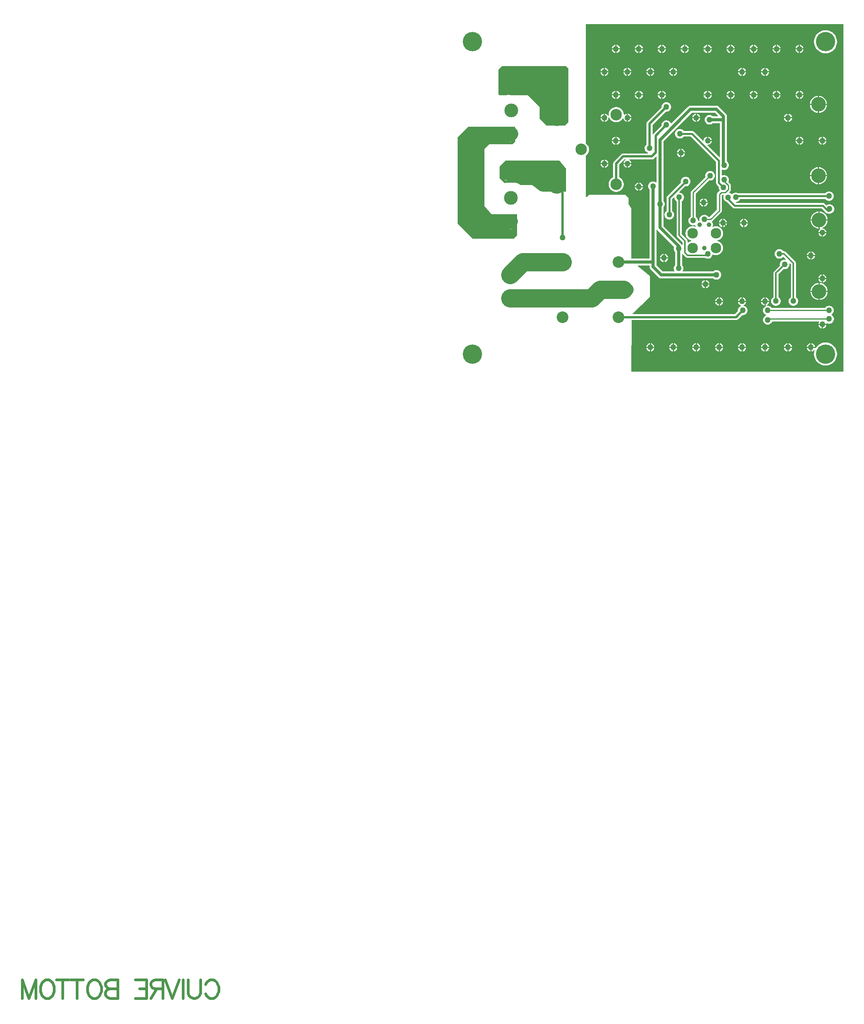
<source format=gbl>
%FSLAX25Y25*%
%MOIN*%
G70*
G01*
G75*
G04 Layer_Physical_Order=2*
G04 Layer_Color=16711680*
%ADD10C,0.03937*%
%ADD11R,0.25000X0.02992*%
%ADD12R,0.03500X0.05000*%
%ADD13R,0.05910X0.03030*%
%ADD14R,0.11024X0.20276*%
%ADD15R,0.05000X0.03500*%
%ADD16R,0.03000X0.04000*%
%ADD17R,0.03543X0.13583*%
%ADD18C,0.03100*%
%ADD19R,0.04000X0.02854*%
%ADD20R,0.08465X0.02362*%
%ADD21R,0.04724X0.12992*%
%ADD22R,0.11023X0.05000*%
%ADD23R,0.08465X0.09449*%
%ADD24R,0.09449X0.08465*%
%ADD25R,0.08661X0.05000*%
%ADD26R,0.05000X0.08661*%
%ADD27R,0.03030X0.05910*%
%ADD28R,0.08000X0.06000*%
%ADD29R,0.08000X0.15000*%
%ADD30R,0.10236X0.03150*%
%ADD31R,0.06000X0.02500*%
%ADD32C,0.01000*%
%ADD33C,0.01500*%
%ADD34C,0.01181*%
%ADD35C,0.02756*%
%ADD36C,0.01969*%
%ADD37C,0.15748*%
%ADD38C,0.09843*%
%ADD39C,0.11811*%
%ADD40C,0.03937*%
%ADD41C,0.01575*%
%ADD42C,0.02362*%
%ADD43C,0.13780*%
%ADD44C,0.19685*%
%ADD45C,0.12598*%
%ADD46C,0.16000*%
%ADD47C,0.09843*%
%ADD48C,0.11811*%
%ADD49C,0.09055*%
%ADD50C,0.03900*%
%ADD51C,0.16533*%
%ADD52C,0.10000*%
%ADD53C,0.05000*%
%ADD54R,0.16000X0.13000*%
%ADD55R,0.16892X0.02319*%
%ADD56R,0.21000X0.17000*%
%ADD57R,0.31000X0.17000*%
%ADD58R,0.09194X0.12806*%
%ADD59R,0.12000X0.12890*%
G36*
X-122148Y60529D02*
X-122907Y59907D01*
X-123769Y58855D01*
X-124411Y57655D01*
X-124806Y56354D01*
X-124890Y55500D01*
X-118000D01*
Y55000D01*
X-117500D01*
Y48110D01*
X-116646Y48194D01*
X-115345Y48589D01*
X-114841Y48858D01*
X-114543Y48457D01*
X-117000Y46000D01*
X-137000D01*
X-141000Y42000D01*
Y-7000D01*
X-135000Y-14000D01*
X-122816D01*
X-122648Y-14471D01*
X-123407Y-15093D01*
X-124269Y-16145D01*
X-124911Y-17345D01*
X-125306Y-18646D01*
X-125390Y-19500D01*
X-118500D01*
Y-20000D01*
X-118000D01*
Y-26890D01*
X-117146Y-26806D01*
X-115845Y-26411D01*
X-114645Y-25769D01*
X-113593Y-24907D01*
X-113471Y-24757D01*
X-113000Y-24926D01*
Y-32000D01*
X-116000Y-35000D01*
X-151000D01*
X-164000Y-22000D01*
Y52000D01*
X-155000Y61000D01*
X-122316D01*
X-122148Y60529D01*
D02*
G37*
G36*
X7335Y-27547D02*
X21733Y-41945D01*
X21530Y-42436D01*
X21390Y-43500D01*
X21530Y-44564D01*
X21941Y-45555D01*
X22522Y-46312D01*
Y-57688D01*
X21941Y-58445D01*
X21530Y-59436D01*
X21390Y-60500D01*
X21530Y-61564D01*
X21941Y-62555D01*
X21955Y-62573D01*
X21734Y-63022D01*
X11734D01*
X6478Y-57766D01*
Y-54000D01*
X6478Y-54000D01*
X6478Y-54000D01*
Y-54000D01*
Y-27208D01*
X6952Y-27047D01*
X7335Y-27547D01*
D02*
G37*
G36*
X-71000Y25078D02*
Y16645D01*
X-71481Y16524D01*
X-72605Y17895D01*
X-73976Y19019D01*
X-75539Y19855D01*
X-77236Y20370D01*
X-78500Y20494D01*
Y11500D01*
X-79000D01*
Y11000D01*
X-87994D01*
X-87870Y9736D01*
X-87355Y8039D01*
X-86519Y6476D01*
X-86090Y5952D01*
X-86304Y5500D01*
X-93220D01*
X-99983Y11000D01*
X-110162D01*
X-110375Y11182D01*
X-112225Y12316D01*
X-114229Y13146D01*
X-115232Y13387D01*
X-115296Y13882D01*
X-114645Y14231D01*
X-113593Y15093D01*
X-112731Y16145D01*
X-112089Y17345D01*
X-111694Y18646D01*
X-111610Y19500D01*
X-125390D01*
X-125306Y18646D01*
X-124911Y17345D01*
X-124269Y16145D01*
X-123407Y15093D01*
X-122355Y14231D01*
X-121704Y13882D01*
X-121768Y13387D01*
X-122771Y13146D01*
X-123892Y12681D01*
X-128000Y16771D01*
Y27000D01*
X-123170Y32000D01*
X-76797D01*
X-71000Y25078D01*
D02*
G37*
G36*
X-69000Y111000D02*
Y66000D01*
Y65000D01*
X-72103Y62000D01*
X-78539D01*
X-78540Y62003D01*
X-79460D01*
X-79461Y62000D01*
X-87621D01*
X-92793Y67000D01*
X-93828Y68000D01*
Y88000D01*
X-113377D01*
X-113729Y88146D01*
X-114732Y88387D01*
X-114796Y88882D01*
X-114145Y89231D01*
X-113093Y90093D01*
X-112231Y91145D01*
X-111589Y92345D01*
X-111194Y93646D01*
X-111110Y94500D01*
X-124890D01*
X-124806Y93646D01*
X-124411Y92345D01*
X-123769Y91145D01*
X-122907Y90093D01*
X-121855Y89231D01*
X-121204Y88882D01*
X-121268Y88387D01*
X-122271Y88146D01*
X-122623Y88000D01*
X-127965D01*
X-129000Y89000D01*
Y110000D01*
X-125897Y113000D01*
X-71069D01*
X-69000Y111000D01*
D02*
G37*
G36*
X59348Y70440D02*
X59157Y69978D01*
X54812D01*
X54055Y70559D01*
X53064Y70970D01*
X52000Y71110D01*
X50936Y70970D01*
X49945Y70559D01*
X49094Y69906D01*
X48441Y69055D01*
X48030Y68064D01*
X47890Y67000D01*
X48030Y65936D01*
X48441Y64945D01*
X49094Y64094D01*
X49945Y63441D01*
X50936Y63030D01*
X52000Y62890D01*
X53064Y63030D01*
X54055Y63441D01*
X54812Y64022D01*
X61022D01*
Y35038D01*
X60560Y34846D01*
X50377Y45030D01*
X50537Y45503D01*
X51365Y45612D01*
X52216Y45965D01*
X52947Y46526D01*
X53508Y47257D01*
X53861Y48108D01*
X53916Y48522D01*
X50451D01*
Y49022D01*
X49951D01*
Y52486D01*
X49538Y52432D01*
X48686Y52079D01*
X47955Y51518D01*
X47394Y50787D01*
X47041Y49936D01*
X46932Y49108D01*
X46459Y48947D01*
X38703Y56703D01*
X37922Y57225D01*
X37000Y57408D01*
X29788D01*
X29406Y57906D01*
X28555Y58559D01*
X27564Y58970D01*
X26500Y59110D01*
X25436Y58970D01*
X24445Y58559D01*
X23594Y57906D01*
X22941Y57055D01*
X22530Y56064D01*
X22390Y55000D01*
X22530Y53936D01*
X22941Y52945D01*
X23594Y52094D01*
X24445Y51441D01*
X25436Y51030D01*
X26500Y50890D01*
X27564Y51030D01*
X28555Y51441D01*
X29406Y52094D01*
X29788Y52592D01*
X36002D01*
X57591Y31002D01*
Y13000D01*
X57591Y13000D01*
X57591D01*
X57775Y12078D01*
X58297Y11297D01*
X59972Y9622D01*
X59890Y9000D01*
X60030Y7936D01*
X60441Y6945D01*
X60841Y6423D01*
X60823Y6315D01*
X59004Y4496D01*
X58546Y3810D01*
X58385Y3000D01*
Y-10124D01*
X52124Y-16385D01*
X51013D01*
X50406Y-15594D01*
X49555Y-14941D01*
X48564Y-14530D01*
X47500Y-14390D01*
X46436Y-14530D01*
X45445Y-14941D01*
X44594Y-15594D01*
X43941Y-16445D01*
X43530Y-17436D01*
X43390Y-18500D01*
X43511Y-19415D01*
X43500Y-19426D01*
X42575Y-19548D01*
X42519Y-19571D01*
X42086Y-19321D01*
X41970Y-18436D01*
X41559Y-17445D01*
X40906Y-16594D01*
X40115Y-15987D01*
Y3624D01*
X51512Y15020D01*
X52500Y14890D01*
X53564Y15030D01*
X54555Y15441D01*
X55406Y16094D01*
X56059Y16945D01*
X56470Y17936D01*
X56610Y19000D01*
X56470Y20064D01*
X56059Y21055D01*
X55406Y21906D01*
X54555Y22559D01*
X53564Y22970D01*
X52500Y23110D01*
X51436Y22970D01*
X50445Y22559D01*
X49594Y21906D01*
X48941Y21055D01*
X48530Y20064D01*
X48390Y19000D01*
X48520Y18012D01*
X36504Y5996D01*
X36046Y5310D01*
X35885Y4500D01*
Y-15987D01*
X35094Y-16594D01*
X34441Y-17445D01*
X34030Y-18436D01*
X33890Y-19500D01*
X34030Y-20564D01*
X34441Y-21555D01*
X35094Y-22406D01*
X35945Y-23059D01*
X36936Y-23470D01*
X38000Y-23610D01*
X39064Y-23470D01*
X39561Y-23264D01*
X39994Y-23514D01*
X40048Y-23925D01*
X40305Y-24546D01*
X39935Y-24882D01*
X39847Y-24835D01*
X38696Y-24486D01*
X37500Y-24368D01*
X36304Y-24486D01*
X35153Y-24835D01*
X34093Y-25401D01*
X33164Y-26164D01*
X32401Y-27093D01*
X31835Y-28153D01*
X31486Y-29304D01*
X31368Y-30500D01*
X31486Y-31696D01*
X31835Y-32847D01*
X32401Y-33907D01*
X33164Y-34836D01*
X34093Y-35598D01*
X35153Y-36165D01*
X36257Y-36500D01*
Y-37000D01*
X35153Y-37335D01*
X34093Y-37901D01*
X33660Y-38257D01*
X33208Y-38043D01*
Y-37000D01*
X33040Y-36155D01*
X32561Y-35439D01*
X28208Y-31086D01*
Y-2942D01*
X28906Y-2406D01*
X29559Y-1555D01*
X29970Y-564D01*
X30110Y500D01*
X29970Y1564D01*
X29559Y2555D01*
X28906Y3406D01*
X28055Y4059D01*
X27064Y4470D01*
X26085Y4599D01*
X25924Y5072D01*
X30830Y9978D01*
X31500Y9890D01*
X32564Y10030D01*
X33555Y10441D01*
X34406Y11094D01*
X35059Y11945D01*
X35470Y12936D01*
X35610Y14000D01*
X35470Y15064D01*
X35059Y16055D01*
X34406Y16906D01*
X33555Y17559D01*
X32564Y17970D01*
X31500Y18110D01*
X30436Y17970D01*
X29445Y17559D01*
X28594Y16906D01*
X27941Y16055D01*
X27530Y15064D01*
X27390Y14000D01*
X27478Y13330D01*
X15824Y1676D01*
X15310Y907D01*
X15130Y0D01*
Y-11183D01*
X14594Y-11594D01*
X13941Y-12445D01*
X13530Y-13436D01*
X13390Y-14500D01*
X13530Y-15564D01*
X13941Y-16555D01*
X14594Y-17406D01*
X15445Y-18059D01*
X16436Y-18470D01*
X17500Y-18610D01*
X18564Y-18470D01*
X19555Y-18059D01*
X20406Y-17406D01*
X21059Y-16555D01*
X21470Y-15564D01*
X21610Y-14500D01*
X21470Y-13436D01*
X21059Y-12445D01*
X20406Y-11594D01*
X19870Y-11183D01*
Y-982D01*
X21428Y576D01*
X21901Y415D01*
X22030Y-564D01*
X22441Y-1555D01*
X23094Y-2406D01*
X23792Y-2942D01*
Y-32000D01*
X23960Y-32845D01*
X24439Y-33561D01*
X28792Y-37914D01*
Y-40325D01*
X28636Y-40402D01*
X28168Y-40226D01*
X28079Y-40011D01*
X27606Y-39394D01*
X12419Y-24207D01*
Y-8253D01*
X13000Y-7496D01*
X13411Y-6505D01*
X13551Y-5441D01*
X13411Y-4377D01*
X13000Y-3386D01*
X12419Y-2629D01*
Y48553D01*
X36888Y73022D01*
X56766D01*
X59348Y70440D01*
D02*
G37*
G36*
X166885Y-148884D02*
X-14636D01*
X-14989Y-148530D01*
X-14798Y-104825D01*
X74756D01*
X75424Y-104737D01*
X75735Y-104608D01*
X76047Y-104479D01*
X76581Y-104069D01*
X80094Y-100557D01*
X80500Y-100610D01*
X81564Y-100470D01*
X82555Y-100059D01*
X83406Y-99406D01*
X84059Y-98555D01*
X84470Y-97564D01*
X84610Y-96500D01*
X84470Y-95436D01*
X84059Y-94445D01*
X83406Y-93594D01*
X82555Y-92941D01*
X81564Y-92530D01*
X81377Y-92506D01*
X81312Y-92010D01*
X81744Y-91831D01*
X82475Y-91270D01*
X83036Y-90539D01*
X83389Y-89687D01*
X83443Y-89273D01*
X76514D01*
X76569Y-89687D01*
X76921Y-90539D01*
X77482Y-91270D01*
X78214Y-91831D01*
X79065Y-92183D01*
X78995Y-92713D01*
X78445Y-92941D01*
X77594Y-93594D01*
X76941Y-94445D01*
X76530Y-95436D01*
X76390Y-96500D01*
X76443Y-96906D01*
X73687Y-99663D01*
X-13870D01*
X-14054Y-99198D01*
X1000Y-85000D01*
Y-67000D01*
X-9646Y-58450D01*
X-9480Y-57978D01*
X522D01*
Y-59000D01*
X623Y-59771D01*
X921Y-60489D01*
X1394Y-61106D01*
X8394Y-68106D01*
X8394Y-68106D01*
X9011Y-68579D01*
X9729Y-68877D01*
X10500Y-68978D01*
X55188D01*
X55945Y-69559D01*
X56936Y-69970D01*
X58000Y-70110D01*
X59064Y-69970D01*
X60055Y-69559D01*
X60906Y-68906D01*
X61559Y-68055D01*
X61970Y-67064D01*
X62110Y-66000D01*
X61970Y-64936D01*
X61559Y-63945D01*
X60906Y-63094D01*
X60055Y-62441D01*
X59064Y-62030D01*
X58000Y-61890D01*
X56936Y-62030D01*
X55945Y-62441D01*
X55188Y-63022D01*
X29266D01*
X29045Y-62573D01*
X29059Y-62555D01*
X29470Y-61564D01*
X29610Y-60500D01*
X29470Y-59436D01*
X29059Y-58445D01*
X28478Y-57688D01*
Y-47941D01*
X28960Y-47845D01*
X29439Y-48561D01*
X29439Y-48561D01*
X29439Y-48561D01*
X31738Y-50860D01*
X32454Y-51339D01*
X33299Y-51507D01*
X48377D01*
X48445Y-51559D01*
X49436Y-51970D01*
X50500Y-52110D01*
X51564Y-51970D01*
X52555Y-51559D01*
X53406Y-50906D01*
X54059Y-50055D01*
X54470Y-49064D01*
X54506Y-48786D01*
X54951Y-48557D01*
X55153Y-48665D01*
X56304Y-49014D01*
X57500Y-49132D01*
X58696Y-49014D01*
X59847Y-48665D01*
X60907Y-48098D01*
X61836Y-47336D01*
X62599Y-46407D01*
X63165Y-45347D01*
X63514Y-44196D01*
X63632Y-43000D01*
X63514Y-41804D01*
X63165Y-40653D01*
X62599Y-39593D01*
X61836Y-38664D01*
X60907Y-37901D01*
X59847Y-37335D01*
X58743Y-37000D01*
Y-36500D01*
X59847Y-36165D01*
X60907Y-35598D01*
X61836Y-34836D01*
X62599Y-33907D01*
X63165Y-32847D01*
X63514Y-31696D01*
X63632Y-30500D01*
X63514Y-29304D01*
X63165Y-28153D01*
X62599Y-27093D01*
X61836Y-26164D01*
X60907Y-25401D01*
X59847Y-24835D01*
X58696Y-24486D01*
X57500Y-24368D01*
X56304Y-24486D01*
X55153Y-24835D01*
X55065Y-24882D01*
X54695Y-24546D01*
X54952Y-23925D01*
X55074Y-23000D01*
X54952Y-22075D01*
X54595Y-21213D01*
X54167Y-20655D01*
X54248Y-20161D01*
X54496Y-19996D01*
X61996Y-12496D01*
X62454Y-11810D01*
X62615Y-11000D01*
Y2124D01*
X63195Y2703D01*
X64075D01*
X64353Y2288D01*
X64047Y1547D01*
X63907Y483D01*
X64047Y-580D01*
X64457Y-1571D01*
X65110Y-2423D01*
X65961Y-3076D01*
X66953Y-3486D01*
X67162Y-3514D01*
X72003Y-8355D01*
X72003D01*
X72003Y-8355D01*
X72003Y-8355D01*
Y-8355D01*
X72772Y-8869D01*
X73679Y-9049D01*
X148219D01*
X151845Y-12676D01*
X151845Y-12676D01*
X151845D01*
X151845Y-12676D01*
X151845D01*
X151845Y-12676D01*
Y-12676D01*
Y-12676D01*
D01*
D01*
X151845D01*
Y-12676D01*
X152614Y-13190D01*
X153521Y-13370D01*
X153696D01*
X153936Y-13470D01*
X155000Y-13610D01*
X156064Y-13470D01*
X157055Y-13059D01*
X157906Y-12406D01*
X158559Y-11555D01*
X158970Y-10564D01*
X159110Y-9500D01*
X158970Y-8436D01*
X158559Y-7445D01*
X157906Y-6594D01*
X157055Y-5941D01*
X156064Y-5530D01*
X155000Y-5390D01*
X153936Y-5530D01*
X152945Y-5941D01*
X152305Y-6432D01*
X150876Y-5003D01*
X150108Y-4489D01*
X149200Y-4309D01*
X74773D01*
X74482Y-3902D01*
X74585Y-3599D01*
X75564Y-3470D01*
X76555Y-3059D01*
X77406Y-2406D01*
X78059Y-1555D01*
X78343Y-870D01*
X151183D01*
X151594Y-1406D01*
X152445Y-2059D01*
X153436Y-2470D01*
X154500Y-2610D01*
X155564Y-2470D01*
X156555Y-2059D01*
X157406Y-1406D01*
X158059Y-555D01*
X158470Y436D01*
X158610Y1500D01*
X158470Y2564D01*
X158059Y3555D01*
X157406Y4406D01*
X156555Y5059D01*
X155564Y5470D01*
X154500Y5610D01*
X153436Y5470D01*
X152445Y5059D01*
X151594Y4406D01*
X151183Y3870D01*
X76801D01*
X76555Y4059D01*
X75564Y4470D01*
X74500Y4610D01*
X73436Y4470D01*
X72445Y4059D01*
X71594Y3406D01*
X71502Y3286D01*
X71002D01*
X70923Y3390D01*
X70072Y4043D01*
X69080Y4453D01*
X69002Y4464D01*
X68842Y4937D01*
X69677Y5772D01*
X70135Y6459D01*
X70297Y7268D01*
Y10732D01*
X70135Y11541D01*
X69677Y12228D01*
X68177Y13728D01*
X68470Y14436D01*
X68610Y15500D01*
X68470Y16564D01*
X68059Y17555D01*
X67406Y18406D01*
X66555Y19059D01*
X65564Y19470D01*
X64500Y19610D01*
X63436Y19470D01*
X62824Y19216D01*
X62409Y19494D01*
Y24006D01*
X62824Y24284D01*
X63436Y24030D01*
X64500Y23890D01*
X65564Y24030D01*
X66555Y24441D01*
X67406Y25094D01*
X68059Y25945D01*
X68470Y26936D01*
X68610Y28000D01*
X68470Y29064D01*
X68059Y30055D01*
X67406Y30906D01*
X66978Y31235D01*
Y67000D01*
Y70000D01*
X66877Y70771D01*
X66579Y71489D01*
X66106Y72106D01*
X60106Y78106D01*
X59489Y78579D01*
X58771Y78877D01*
X58000Y78978D01*
X35655D01*
X35655Y78978D01*
X34884Y78877D01*
X34165Y78579D01*
X33549Y78106D01*
X19299Y63856D01*
X18808Y63954D01*
X18559Y64555D01*
X17906Y65406D01*
X17055Y66059D01*
X16064Y66470D01*
X15000Y66610D01*
X13936Y66470D01*
X12945Y66059D01*
X12094Y65406D01*
X11441Y64555D01*
X11030Y63564D01*
X10890Y62500D01*
X10943Y62094D01*
X4073Y55223D01*
X3662Y54688D01*
X3571Y54469D01*
X3081Y54567D01*
Y62431D01*
X14594Y73944D01*
X15000Y73890D01*
X16064Y74030D01*
X17055Y74441D01*
X17906Y75094D01*
X18559Y75945D01*
X18970Y76936D01*
X19110Y78000D01*
X18970Y79064D01*
X18559Y80055D01*
X17906Y80906D01*
X17055Y81559D01*
X16064Y81970D01*
X15000Y82110D01*
X13936Y81970D01*
X12945Y81559D01*
X12094Y80906D01*
X11441Y80055D01*
X11030Y79064D01*
X10890Y78000D01*
X10943Y77594D01*
X-1325Y65325D01*
X-1735Y64791D01*
X-1864Y64479D01*
X-1993Y64168D01*
X-2081Y63500D01*
Y45656D01*
X-2406Y45406D01*
X-3059Y44555D01*
X-3470Y43564D01*
X-3610Y42500D01*
X-3470Y41436D01*
X-3059Y40445D01*
X-2406Y39594D01*
X-1555Y38941D01*
X-664Y38572D01*
X-761Y38081D01*
X-22000D01*
X-22668Y37993D01*
X-22979Y37864D01*
X-23291Y37735D01*
X-23825Y37325D01*
X-29879Y31272D01*
X-30289Y30737D01*
X-30418Y30426D01*
X-30547Y30115D01*
X-30634Y29447D01*
Y17593D01*
X-31680Y17034D01*
X-32669Y16222D01*
X-33481Y15233D01*
X-34084Y14105D01*
X-34455Y12880D01*
X-34581Y11607D01*
X-34455Y10333D01*
X-34084Y9109D01*
X-33481Y7980D01*
X-32669Y6991D01*
X-31680Y6179D01*
X-30551Y5576D01*
X-29327Y5205D01*
X-28053Y5079D01*
X-26780Y5205D01*
X-25555Y5576D01*
X-24427Y6179D01*
X-23438Y6991D01*
X-22626Y7980D01*
X-22023Y9109D01*
X-21651Y10333D01*
X-21526Y11607D01*
X-21651Y12880D01*
X-22023Y14105D01*
X-22626Y15233D01*
X-23438Y16222D01*
X-24427Y17034D01*
X-25472Y17593D01*
Y28378D01*
X-20931Y32919D01*
X-20226D01*
X-20129Y32429D01*
X-20211Y32394D01*
X-20943Y31833D01*
X-21504Y31102D01*
X-21856Y30250D01*
X-21911Y29837D01*
X-14982D01*
X-15036Y30250D01*
X-15389Y31102D01*
X-15950Y31833D01*
X-16681Y32394D01*
X-16764Y32429D01*
X-16667Y32919D01*
X2500D01*
X3168Y33007D01*
X3479Y33136D01*
X3791Y33265D01*
X4325Y33675D01*
X6001Y35350D01*
X6463Y35159D01*
Y13428D01*
X6014Y13207D01*
X5555Y13559D01*
X4564Y13970D01*
X3500Y14110D01*
X2436Y13970D01*
X1445Y13559D01*
X594Y12906D01*
X-59Y12055D01*
X-470Y11064D01*
X-610Y10000D01*
X-470Y8936D01*
X-59Y7945D01*
X522Y7188D01*
Y-52022D01*
X-15000D01*
Y-9000D01*
X-17500Y-5500D01*
Y0D01*
X-20500Y2500D01*
X-51500Y2500D01*
X-53548Y817D01*
X-54000Y1031D01*
Y36335D01*
X-53331Y36884D01*
X-52519Y37874D01*
X-51916Y39002D01*
X-51545Y40227D01*
X-51419Y41500D01*
X-51545Y42774D01*
X-51916Y43998D01*
X-52519Y45127D01*
X-53331Y46116D01*
X-54000Y46665D01*
Y148884D01*
X166885D01*
Y-148884D01*
D02*
G37*
%LPC*%
G36*
X145500Y-11715D02*
X144569Y-11806D01*
X143193Y-12224D01*
X141925Y-12902D01*
X140814Y-13814D01*
X139902Y-14925D01*
X139224Y-16193D01*
X138806Y-17569D01*
X138715Y-18500D01*
X145500D01*
Y-11715D01*
D02*
G37*
G36*
X64000Y-18036D02*
Y-21000D01*
X66964D01*
X66910Y-20586D01*
X66557Y-19735D01*
X65996Y-19004D01*
X65265Y-18443D01*
X64414Y-18090D01*
X64000Y-18036D01*
D02*
G37*
G36*
X81000D02*
X80586Y-18090D01*
X79735Y-18443D01*
X79004Y-19004D01*
X78443Y-19735D01*
X78090Y-20586D01*
X78036Y-21000D01*
X81000D01*
Y-18036D01*
D02*
G37*
G36*
X82000D02*
Y-21000D01*
X84964D01*
X84910Y-20586D01*
X84557Y-19735D01*
X83996Y-19004D01*
X83265Y-18443D01*
X82414Y-18090D01*
X82000Y-18036D01*
D02*
G37*
G36*
X146500Y-11715D02*
Y-18500D01*
X153285D01*
X153194Y-17569D01*
X152776Y-16193D01*
X152098Y-14925D01*
X151186Y-13814D01*
X150075Y-12902D01*
X148807Y-12224D01*
X147431Y-11806D01*
X146500Y-11715D01*
D02*
G37*
G36*
X47500Y-536D02*
Y-3500D01*
X50464D01*
X50410Y-3086D01*
X50057Y-2235D01*
X49496Y-1504D01*
X48765Y-943D01*
X47914Y-590D01*
X47500Y-536D01*
D02*
G37*
G36*
X-9104Y9152D02*
X-12068D01*
X-12014Y8738D01*
X-11661Y7887D01*
X-11100Y7156D01*
X-10369Y6595D01*
X-9518Y6242D01*
X-9104Y6187D01*
Y9152D01*
D02*
G37*
G36*
X-5139D02*
X-8104D01*
Y6187D01*
X-7690Y6242D01*
X-6839Y6595D01*
X-6108Y7156D01*
X-5547Y7887D01*
X-5194Y8738D01*
X-5139Y9152D01*
D02*
G37*
G36*
X46500Y-4500D02*
X43536D01*
X43590Y-4914D01*
X43943Y-5765D01*
X44504Y-6496D01*
X45235Y-7057D01*
X46086Y-7410D01*
X46500Y-7464D01*
Y-4500D01*
D02*
G37*
G36*
X50464D02*
X47500D01*
Y-7464D01*
X47914Y-7410D01*
X48765Y-7057D01*
X49496Y-6496D01*
X50057Y-5765D01*
X50410Y-4914D01*
X50464Y-4500D01*
D02*
G37*
G36*
X46500Y-536D02*
X46086Y-590D01*
X45235Y-943D01*
X44504Y-1504D01*
X43943Y-2235D01*
X43590Y-3086D01*
X43536Y-3500D01*
X46500D01*
Y-536D01*
D02*
G37*
G36*
X63000Y-18036D02*
X62586Y-18090D01*
X61735Y-18443D01*
X61004Y-19004D01*
X60443Y-19735D01*
X60090Y-20586D01*
X60036Y-21000D01*
X63000D01*
Y-18036D01*
D02*
G37*
G36*
X139534Y-45939D02*
Y-48903D01*
X142498D01*
X142444Y-48490D01*
X142091Y-47638D01*
X141530Y-46907D01*
X140799Y-46346D01*
X139948Y-45993D01*
X139534Y-45939D01*
D02*
G37*
G36*
X148376Y-30218D02*
X145412D01*
X145466Y-30632D01*
X145819Y-31483D01*
X146380Y-32214D01*
X147111Y-32776D01*
X147963Y-33128D01*
X148376Y-33183D01*
Y-30218D01*
D02*
G37*
G36*
X152341D02*
X149376D01*
Y-33183D01*
X149790Y-33128D01*
X150642Y-32776D01*
X151373Y-32214D01*
X151934Y-31483D01*
X152286Y-30632D01*
X152341Y-30218D01*
D02*
G37*
G36*
X138534Y-45939D02*
X138120Y-45993D01*
X137269Y-46346D01*
X136538Y-46907D01*
X135977Y-47638D01*
X135624Y-48490D01*
X135570Y-48903D01*
X138534D01*
Y-45939D01*
D02*
G37*
G36*
X142498Y-49903D02*
X139534D01*
Y-52868D01*
X139948Y-52813D01*
X140799Y-52461D01*
X141530Y-51899D01*
X142091Y-51168D01*
X142444Y-50317D01*
X142498Y-49903D01*
D02*
G37*
G36*
X12500Y-48036D02*
X12086Y-48090D01*
X11235Y-48443D01*
X10504Y-49004D01*
X9943Y-49735D01*
X9590Y-50586D01*
X9536Y-51000D01*
X12500D01*
Y-48036D01*
D02*
G37*
G36*
X13500D02*
Y-51000D01*
X16464D01*
X16410Y-50586D01*
X16057Y-49735D01*
X15496Y-49004D01*
X14765Y-48443D01*
X13914Y-48090D01*
X13500Y-48036D01*
D02*
G37*
G36*
X66964Y-22000D02*
X64000D01*
Y-24964D01*
X64414Y-24910D01*
X65265Y-24557D01*
X65996Y-23996D01*
X66557Y-23265D01*
X66910Y-22414D01*
X66964Y-22000D01*
D02*
G37*
G36*
X81000D02*
X78036D01*
X78090Y-22414D01*
X78443Y-23265D01*
X79004Y-23996D01*
X79735Y-24557D01*
X80586Y-24910D01*
X81000Y-24964D01*
Y-22000D01*
D02*
G37*
G36*
X84964D02*
X82000D01*
Y-24964D01*
X82414Y-24910D01*
X83265Y-24557D01*
X83996Y-23996D01*
X84557Y-23265D01*
X84910Y-22414D01*
X84964Y-22000D01*
D02*
G37*
G36*
X63000D02*
X60036D01*
X60090Y-22414D01*
X60443Y-23265D01*
X61004Y-23996D01*
X61735Y-24557D01*
X62586Y-24910D01*
X63000Y-24964D01*
Y-22000D01*
D02*
G37*
G36*
X153285Y-19500D02*
X146500D01*
Y-26285D01*
X146857Y-26250D01*
X147041Y-26715D01*
X146380Y-27222D01*
X145819Y-27953D01*
X145466Y-28805D01*
X145412Y-29218D01*
X152341D01*
X152286Y-28805D01*
X151934Y-27953D01*
X151373Y-27222D01*
X150642Y-26661D01*
X149790Y-26308D01*
X149013Y-26206D01*
X149005Y-26166D01*
X149005Y-26166D01*
X149005Y-26165D01*
D01*
X149004Y-26159D01*
X148930Y-25754D01*
X148930Y-25754D01*
D01*
D01*
D01*
X148930D01*
X148923Y-25714D01*
X150075Y-25098D01*
X151186Y-24186D01*
X152098Y-23075D01*
X152776Y-21807D01*
X153194Y-20431D01*
X153285Y-19500D01*
D02*
G37*
G36*
X-119000Y-20500D02*
X-125390D01*
X-125306Y-21354D01*
X-124911Y-22655D01*
X-124269Y-23855D01*
X-123407Y-24907D01*
X-122355Y-25769D01*
X-121155Y-26411D01*
X-119854Y-26806D01*
X-119000Y-26890D01*
Y-20500D01*
D02*
G37*
G36*
X145500Y-19500D02*
X138715D01*
X138806Y-20431D01*
X139224Y-21807D01*
X139902Y-23075D01*
X140814Y-24186D01*
X141925Y-25098D01*
X143193Y-25776D01*
X144569Y-26194D01*
X145500Y-26285D01*
Y-19500D01*
D02*
G37*
G36*
X-9104Y13116D02*
X-9518Y13062D01*
X-10369Y12709D01*
X-11100Y12148D01*
X-11661Y11417D01*
X-12014Y10565D01*
X-12068Y10152D01*
X-9104D01*
Y13116D01*
D02*
G37*
G36*
X-28789Y48522D02*
X-31753D01*
X-31699Y48108D01*
X-31346Y47257D01*
X-30785Y46526D01*
X-30054Y45965D01*
X-29203Y45612D01*
X-28789Y45557D01*
Y48522D01*
D02*
G37*
G36*
X-24825D02*
X-27789D01*
Y45557D01*
X-27375Y45612D01*
X-26524Y45965D01*
X-25793Y46526D01*
X-25232Y47257D01*
X-24879Y48108D01*
X-24825Y48522D01*
D02*
G37*
G36*
X128691D02*
X125727D01*
X125781Y48108D01*
X126134Y47257D01*
X126695Y46526D01*
X127426Y45965D01*
X128278Y45612D01*
X128691Y45557D01*
Y48522D01*
D02*
G37*
G36*
X28000Y41964D02*
Y39000D01*
X30964D01*
X30910Y39414D01*
X30557Y40265D01*
X29996Y40996D01*
X29265Y41557D01*
X28414Y41910D01*
X28000Y41964D01*
D02*
G37*
G36*
X27000Y38000D02*
X24036D01*
X24090Y37586D01*
X24443Y36735D01*
X25004Y36004D01*
X25735Y35443D01*
X26586Y35090D01*
X27000Y35036D01*
Y38000D01*
D02*
G37*
G36*
X30964D02*
X28000D01*
Y35036D01*
X28414Y35090D01*
X29265Y35443D01*
X29996Y36004D01*
X30557Y36735D01*
X30910Y37586D01*
X30964Y38000D01*
D02*
G37*
G36*
X27000Y41964D02*
X26586Y41910D01*
X25735Y41557D01*
X25004Y40996D01*
X24443Y40265D01*
X24090Y39414D01*
X24036Y39000D01*
X27000D01*
Y41964D01*
D02*
G37*
G36*
X-28789Y52486D02*
X-29203Y52432D01*
X-30054Y52079D01*
X-30785Y51518D01*
X-31346Y50787D01*
X-31699Y49936D01*
X-31753Y49522D01*
X-28789D01*
Y52486D01*
D02*
G37*
G36*
X-27789D02*
Y49522D01*
X-24825D01*
X-24879Y49936D01*
X-25232Y50787D01*
X-25793Y51518D01*
X-26524Y52079D01*
X-27375Y52432D01*
X-27789Y52486D01*
D02*
G37*
G36*
X50951D02*
Y49522D01*
X53916D01*
X53861Y49936D01*
X53508Y50787D01*
X52947Y51518D01*
X52216Y52079D01*
X51365Y52432D01*
X50951Y52486D01*
D02*
G37*
G36*
X-118500Y54500D02*
X-124890D01*
X-124806Y53646D01*
X-124411Y52345D01*
X-123769Y51145D01*
X-122907Y50093D01*
X-121855Y49231D01*
X-120655Y48589D01*
X-119354Y48194D01*
X-118500Y48110D01*
Y54500D01*
D02*
G37*
G36*
X132656Y48522D02*
X129691D01*
Y45557D01*
X130105Y45612D01*
X130956Y45965D01*
X131688Y46526D01*
X132249Y47257D01*
X132601Y48108D01*
X132656Y48522D01*
D02*
G37*
G36*
X148376D02*
X145412D01*
X145466Y48108D01*
X145819Y47257D01*
X146380Y46526D01*
X147111Y45965D01*
X147963Y45612D01*
X148376Y45557D01*
Y48522D01*
D02*
G37*
G36*
X152341D02*
X149376D01*
Y45557D01*
X149790Y45612D01*
X150642Y45965D01*
X151373Y46526D01*
X151934Y47257D01*
X152286Y48108D01*
X152341Y48522D01*
D02*
G37*
G36*
X145000Y26285D02*
X144069Y26194D01*
X142693Y25776D01*
X141425Y25098D01*
X140314Y24186D01*
X139402Y23075D01*
X138724Y21807D01*
X138306Y20431D01*
X138215Y19500D01*
X145000D01*
Y26285D01*
D02*
G37*
G36*
X146000D02*
Y19500D01*
X152785D01*
X152694Y20431D01*
X152276Y21807D01*
X151598Y23075D01*
X150686Y24186D01*
X149575Y25098D01*
X148307Y25776D01*
X146931Y26194D01*
X146000Y26285D01*
D02*
G37*
G36*
X-119000Y26890D02*
X-119854Y26806D01*
X-121155Y26411D01*
X-122355Y25769D01*
X-123407Y24907D01*
X-124269Y23855D01*
X-124911Y22655D01*
X-125306Y21354D01*
X-125390Y20500D01*
X-119000D01*
Y26890D01*
D02*
G37*
G36*
X-79500Y20494D02*
X-80764Y20370D01*
X-82461Y19855D01*
X-84024Y19019D01*
X-85395Y17895D01*
X-86519Y16524D01*
X-87355Y14961D01*
X-87870Y13264D01*
X-87994Y12000D01*
X-79500D01*
Y20494D01*
D02*
G37*
G36*
X-8104Y13116D02*
Y10152D01*
X-5139D01*
X-5194Y10565D01*
X-5547Y11417D01*
X-6108Y12148D01*
X-6839Y12709D01*
X-7690Y13062D01*
X-8104Y13116D01*
D02*
G37*
G36*
X145000Y18500D02*
X138215D01*
X138306Y17569D01*
X138724Y16193D01*
X139402Y14925D01*
X140314Y13814D01*
X141425Y12902D01*
X142693Y12224D01*
X144069Y11806D01*
X145000Y11715D01*
Y18500D01*
D02*
G37*
G36*
X152785D02*
X146000D01*
Y11715D01*
X146931Y11806D01*
X148307Y12224D01*
X149575Y12902D01*
X150686Y13814D01*
X151598Y14925D01*
X152276Y16193D01*
X152694Y17569D01*
X152785Y18500D01*
D02*
G37*
G36*
X-14982Y28837D02*
X-17946D01*
Y25872D01*
X-17533Y25927D01*
X-16681Y26280D01*
X-15950Y26841D01*
X-15389Y27572D01*
X-15036Y28423D01*
X-14982Y28837D01*
D02*
G37*
G36*
X-38631Y32801D02*
X-39045Y32747D01*
X-39897Y32394D01*
X-40628Y31833D01*
X-41189Y31102D01*
X-41541Y30250D01*
X-41596Y29837D01*
X-38631D01*
Y32801D01*
D02*
G37*
G36*
X-37631D02*
Y29837D01*
X-34667D01*
X-34722Y30250D01*
X-35074Y31102D01*
X-35635Y31833D01*
X-36366Y32394D01*
X-37218Y32747D01*
X-37631Y32801D01*
D02*
G37*
G36*
X-18946Y28837D02*
X-21911D01*
X-21856Y28423D01*
X-21504Y27572D01*
X-20943Y26841D01*
X-20211Y26280D01*
X-19360Y25927D01*
X-18946Y25872D01*
Y28837D01*
D02*
G37*
G36*
X-118000Y26890D02*
Y20500D01*
X-111610D01*
X-111694Y21354D01*
X-112089Y22655D01*
X-112731Y23855D01*
X-113593Y24907D01*
X-114645Y25769D01*
X-115845Y26411D01*
X-117146Y26806D01*
X-118000Y26890D01*
D02*
G37*
G36*
X-38631Y28837D02*
X-41596D01*
X-41541Y28423D01*
X-41189Y27572D01*
X-40628Y26841D01*
X-39897Y26280D01*
X-39045Y25927D01*
X-38631Y25872D01*
Y28837D01*
D02*
G37*
G36*
X-34667D02*
X-37631D01*
Y25872D01*
X-37218Y25927D01*
X-36366Y26280D01*
X-35635Y26841D01*
X-35074Y27572D01*
X-34722Y28423D01*
X-34667Y28837D01*
D02*
G37*
G36*
X21424Y-124679D02*
Y-127644D01*
X24388D01*
X24333Y-127230D01*
X23981Y-126378D01*
X23420Y-125647D01*
X22689Y-125086D01*
X21837Y-124734D01*
X21424Y-124679D01*
D02*
G37*
G36*
X40109D02*
X39695Y-124734D01*
X38844Y-125086D01*
X38113Y-125647D01*
X37551Y-126378D01*
X37199Y-127230D01*
X37144Y-127644D01*
X40109D01*
Y-124679D01*
D02*
G37*
G36*
X41109D02*
Y-127644D01*
X44073D01*
X44019Y-127230D01*
X43666Y-126378D01*
X43105Y-125647D01*
X42374Y-125086D01*
X41522Y-124734D01*
X41109Y-124679D01*
D02*
G37*
G36*
X20424D02*
X20010Y-124734D01*
X19159Y-125086D01*
X18427Y-125647D01*
X17866Y-126378D01*
X17514Y-127230D01*
X17459Y-127644D01*
X20424D01*
Y-124679D01*
D02*
G37*
G36*
X151575Y-123968D02*
X149645Y-124158D01*
X147790Y-124721D01*
X146080Y-125635D01*
X144581Y-126865D01*
X143351Y-128364D01*
X142927Y-129158D01*
X142451Y-129005D01*
X142498Y-128644D01*
X139534D01*
Y-131608D01*
X139948Y-131553D01*
X140799Y-131201D01*
X141530Y-130640D01*
X141896Y-130162D01*
X142341Y-130391D01*
X141875Y-131929D01*
X141685Y-133858D01*
X141875Y-135788D01*
X142438Y-137643D01*
X143351Y-139353D01*
X144581Y-140852D01*
X146080Y-142081D01*
X147790Y-142996D01*
X149645Y-143558D01*
X151575Y-143748D01*
X153504Y-143558D01*
X155360Y-142996D01*
X157070Y-142081D01*
X158568Y-140852D01*
X159798Y-139353D01*
X160712Y-137643D01*
X161275Y-135788D01*
X161465Y-133858D01*
X161275Y-131929D01*
X160712Y-130073D01*
X159798Y-128364D01*
X158568Y-126865D01*
X157070Y-125635D01*
X155360Y-124721D01*
X153504Y-124158D01*
X151575Y-123968D01*
D02*
G37*
G36*
X739Y-124679D02*
X325Y-124734D01*
X-526Y-125086D01*
X-1258Y-125647D01*
X-1819Y-126378D01*
X-2171Y-127230D01*
X-2226Y-127644D01*
X739D01*
Y-124679D01*
D02*
G37*
G36*
X1739D02*
Y-127644D01*
X4703D01*
X4648Y-127230D01*
X4296Y-126378D01*
X3735Y-125647D01*
X3004Y-125086D01*
X2152Y-124734D01*
X1739Y-124679D01*
D02*
G37*
G36*
X59794D02*
X59380Y-124734D01*
X58529Y-125086D01*
X57797Y-125647D01*
X57236Y-126378D01*
X56884Y-127230D01*
X56829Y-127644D01*
X59794D01*
Y-124679D01*
D02*
G37*
G36*
X100164D02*
Y-127644D01*
X103128D01*
X103074Y-127230D01*
X102721Y-126378D01*
X102160Y-125647D01*
X101429Y-125086D01*
X100577Y-124734D01*
X100164Y-124679D01*
D02*
G37*
G36*
X118849D02*
X118435Y-124734D01*
X117584Y-125086D01*
X116853Y-125647D01*
X116292Y-126378D01*
X115939Y-127230D01*
X115884Y-127644D01*
X118849D01*
Y-124679D01*
D02*
G37*
G36*
X119849D02*
Y-127644D01*
X122813D01*
X122759Y-127230D01*
X122406Y-126378D01*
X121845Y-125647D01*
X121114Y-125086D01*
X120263Y-124734D01*
X119849Y-124679D01*
D02*
G37*
G36*
X99164D02*
X98750Y-124734D01*
X97899Y-125086D01*
X97168Y-125647D01*
X96607Y-126378D01*
X96254Y-127230D01*
X96199Y-127644D01*
X99164D01*
Y-124679D01*
D02*
G37*
G36*
X60794D02*
Y-127644D01*
X63758D01*
X63704Y-127230D01*
X63351Y-126378D01*
X62790Y-125647D01*
X62059Y-125086D01*
X61207Y-124734D01*
X60794Y-124679D01*
D02*
G37*
G36*
X79479D02*
X79065Y-124734D01*
X78214Y-125086D01*
X77482Y-125647D01*
X76921Y-126378D01*
X76569Y-127230D01*
X76514Y-127644D01*
X79479D01*
Y-124679D01*
D02*
G37*
G36*
X80479D02*
Y-127644D01*
X83443D01*
X83389Y-127230D01*
X83036Y-126378D01*
X82475Y-125647D01*
X81744Y-125086D01*
X80892Y-124734D01*
X80479Y-124679D01*
D02*
G37*
G36*
X40109Y-128644D02*
X37144D01*
X37199Y-129057D01*
X37551Y-129909D01*
X38113Y-130640D01*
X38844Y-131201D01*
X39695Y-131553D01*
X40109Y-131608D01*
Y-128644D01*
D02*
G37*
G36*
X44073D02*
X41109D01*
Y-131608D01*
X41522Y-131553D01*
X42374Y-131201D01*
X43105Y-130640D01*
X43666Y-129909D01*
X44019Y-129057D01*
X44073Y-128644D01*
D02*
G37*
G36*
X59794D02*
X56829D01*
X56884Y-129057D01*
X57236Y-129909D01*
X57797Y-130640D01*
X58529Y-131201D01*
X59380Y-131553D01*
X59794Y-131608D01*
Y-128644D01*
D02*
G37*
G36*
X24388D02*
X21424D01*
Y-131608D01*
X21837Y-131553D01*
X22689Y-131201D01*
X23420Y-130640D01*
X23981Y-129909D01*
X24333Y-129057D01*
X24388Y-128644D01*
D02*
G37*
G36*
X739D02*
X-2226D01*
X-2171Y-129057D01*
X-1819Y-129909D01*
X-1258Y-130640D01*
X-526Y-131201D01*
X325Y-131553D01*
X739Y-131608D01*
Y-128644D01*
D02*
G37*
G36*
X4703D02*
X1739D01*
Y-131608D01*
X2152Y-131553D01*
X3004Y-131201D01*
X3735Y-130640D01*
X4296Y-129909D01*
X4648Y-129057D01*
X4703Y-128644D01*
D02*
G37*
G36*
X20424D02*
X17459D01*
X17514Y-129057D01*
X17866Y-129909D01*
X18427Y-130640D01*
X19159Y-131201D01*
X20010Y-131553D01*
X20424Y-131608D01*
Y-128644D01*
D02*
G37*
G36*
X63758D02*
X60794D01*
Y-131608D01*
X61207Y-131553D01*
X62059Y-131201D01*
X62790Y-130640D01*
X63351Y-129909D01*
X63704Y-129057D01*
X63758Y-128644D01*
D02*
G37*
G36*
X118849D02*
X115884D01*
X115939Y-129057D01*
X116292Y-129909D01*
X116853Y-130640D01*
X117584Y-131201D01*
X118435Y-131553D01*
X118849Y-131608D01*
Y-128644D01*
D02*
G37*
G36*
X122813D02*
X119849D01*
Y-131608D01*
X120263Y-131553D01*
X121114Y-131201D01*
X121845Y-130640D01*
X122406Y-129909D01*
X122759Y-129057D01*
X122813Y-128644D01*
D02*
G37*
G36*
X138534D02*
X135570D01*
X135624Y-129057D01*
X135977Y-129909D01*
X136538Y-130640D01*
X137269Y-131201D01*
X138120Y-131553D01*
X138534Y-131608D01*
Y-128644D01*
D02*
G37*
G36*
X103128D02*
X100164D01*
Y-131608D01*
X100577Y-131553D01*
X101429Y-131201D01*
X102160Y-130640D01*
X102721Y-129909D01*
X103074Y-129057D01*
X103128Y-128644D01*
D02*
G37*
G36*
X79479D02*
X76514D01*
X76569Y-129057D01*
X76921Y-129909D01*
X77482Y-130640D01*
X78214Y-131201D01*
X79065Y-131553D01*
X79479Y-131608D01*
Y-128644D01*
D02*
G37*
G36*
X83443D02*
X80479D01*
Y-131608D01*
X80892Y-131553D01*
X81744Y-131201D01*
X82475Y-130640D01*
X83036Y-129909D01*
X83389Y-129057D01*
X83443Y-128644D01*
D02*
G37*
G36*
X99164D02*
X96199D01*
X96254Y-129057D01*
X96607Y-129909D01*
X97168Y-130640D01*
X97899Y-131201D01*
X98750Y-131553D01*
X99164Y-131608D01*
Y-128644D01*
D02*
G37*
G36*
X51964Y-74500D02*
X49000D01*
Y-77464D01*
X49414Y-77410D01*
X50265Y-77057D01*
X50996Y-76496D01*
X51557Y-75765D01*
X51910Y-74914D01*
X51964Y-74500D01*
D02*
G37*
G36*
X48000Y-70536D02*
X47586Y-70590D01*
X46735Y-70943D01*
X46004Y-71504D01*
X45443Y-72235D01*
X45090Y-73086D01*
X45036Y-73500D01*
X48000D01*
Y-70536D01*
D02*
G37*
G36*
X49000D02*
Y-73500D01*
X51964D01*
X51910Y-73086D01*
X51557Y-72235D01*
X50996Y-71504D01*
X50265Y-70943D01*
X49414Y-70590D01*
X49000Y-70536D01*
D02*
G37*
G36*
X48000Y-74500D02*
X45036D01*
X45090Y-74914D01*
X45443Y-75765D01*
X46004Y-76496D01*
X46735Y-77057D01*
X47586Y-77410D01*
X48000Y-77464D01*
Y-74500D01*
D02*
G37*
G36*
X153285Y-80681D02*
X146500D01*
Y-87466D01*
X147431Y-87375D01*
X148807Y-86957D01*
X150075Y-86279D01*
X151186Y-85367D01*
X152098Y-84256D01*
X152776Y-82988D01*
X153194Y-81612D01*
X153285Y-80681D01*
D02*
G37*
G36*
X145500Y-72896D02*
X144569Y-72988D01*
X143193Y-73405D01*
X141925Y-74083D01*
X140814Y-74995D01*
X139902Y-76106D01*
X139224Y-77374D01*
X138806Y-78750D01*
X138715Y-79681D01*
X145500D01*
Y-72896D01*
D02*
G37*
G36*
X146500D02*
Y-79681D01*
X153285D01*
X153194Y-78750D01*
X152776Y-77374D01*
X152098Y-76106D01*
X151186Y-74995D01*
X150075Y-74083D01*
X148807Y-73405D01*
X147431Y-72988D01*
X146500Y-72896D01*
D02*
G37*
G36*
X148376Y-69588D02*
X145412D01*
X145466Y-70002D01*
X145819Y-70854D01*
X146380Y-71585D01*
X147111Y-72146D01*
X147963Y-72498D01*
X148376Y-72553D01*
Y-69588D01*
D02*
G37*
G36*
X16464Y-52000D02*
X13500D01*
Y-54964D01*
X13914Y-54910D01*
X14765Y-54557D01*
X15496Y-53996D01*
X16057Y-53265D01*
X16410Y-52414D01*
X16464Y-52000D01*
D02*
G37*
G36*
X112000Y-43890D02*
X110936Y-44030D01*
X109945Y-44441D01*
X109094Y-45094D01*
X108441Y-45945D01*
X108030Y-46936D01*
X107890Y-48000D01*
X108030Y-49064D01*
X108441Y-50055D01*
X109094Y-50906D01*
X109945Y-51559D01*
X110936Y-51970D01*
X112000Y-52110D01*
X113064Y-51970D01*
X114055Y-51559D01*
X114906Y-50906D01*
X115056Y-50710D01*
X115555Y-50678D01*
X117410Y-52532D01*
X117189Y-52981D01*
X116500Y-52890D01*
X115436Y-53030D01*
X114445Y-53441D01*
X113594Y-54094D01*
X112941Y-54945D01*
X112530Y-55936D01*
X112390Y-57000D01*
X112505Y-57873D01*
X107439Y-62939D01*
X106960Y-63655D01*
X106792Y-64500D01*
Y-85058D01*
X106094Y-85594D01*
X105441Y-86445D01*
X105030Y-87436D01*
X104890Y-88500D01*
X105030Y-89564D01*
X105441Y-90555D01*
X106094Y-91406D01*
X106945Y-92059D01*
X107936Y-92470D01*
X109000Y-92610D01*
X110064Y-92470D01*
X111055Y-92059D01*
X111906Y-91406D01*
X112559Y-90555D01*
X112970Y-89564D01*
X113110Y-88500D01*
X112970Y-87436D01*
X112559Y-86445D01*
X111906Y-85594D01*
X111208Y-85058D01*
Y-65415D01*
X115627Y-60995D01*
X116500Y-61110D01*
X117564Y-60970D01*
X118555Y-60559D01*
X119406Y-59906D01*
X120059Y-59055D01*
X120470Y-58064D01*
X120610Y-57000D01*
X120519Y-56311D01*
X120968Y-56090D01*
X121792Y-56915D01*
Y-85058D01*
X121094Y-85594D01*
X120441Y-86445D01*
X120030Y-87436D01*
X119890Y-88500D01*
X120030Y-89564D01*
X120441Y-90555D01*
X121094Y-91406D01*
X121945Y-92059D01*
X122936Y-92470D01*
X124000Y-92610D01*
X125064Y-92470D01*
X126055Y-92059D01*
X126906Y-91406D01*
X127559Y-90555D01*
X127970Y-89564D01*
X128110Y-88500D01*
X127970Y-87436D01*
X127559Y-86445D01*
X126906Y-85594D01*
X126208Y-85058D01*
Y-56000D01*
X126040Y-55155D01*
X125561Y-54439D01*
X117561Y-46439D01*
X116845Y-45960D01*
X116000Y-45792D01*
X115442D01*
X114906Y-45094D01*
X114055Y-44441D01*
X113064Y-44030D01*
X112000Y-43890D01*
D02*
G37*
G36*
X138534Y-49903D02*
X135570D01*
X135624Y-50317D01*
X135977Y-51168D01*
X136538Y-51899D01*
X137269Y-52461D01*
X138120Y-52813D01*
X138534Y-52868D01*
Y-49903D01*
D02*
G37*
G36*
X12500Y-52000D02*
X9536D01*
X9590Y-52414D01*
X9943Y-53265D01*
X10504Y-53996D01*
X11235Y-54557D01*
X12086Y-54910D01*
X12500Y-54964D01*
Y-52000D01*
D02*
G37*
G36*
X152341Y-69588D02*
X149376D01*
Y-72553D01*
X149790Y-72498D01*
X150642Y-72146D01*
X151373Y-71585D01*
X151934Y-70854D01*
X152286Y-70002D01*
X152341Y-69588D01*
D02*
G37*
G36*
X148376Y-65624D02*
X147963Y-65678D01*
X147111Y-66031D01*
X146380Y-66592D01*
X145819Y-67323D01*
X145466Y-68175D01*
X145412Y-68588D01*
X148376D01*
Y-65624D01*
D02*
G37*
G36*
X149376D02*
Y-68588D01*
X152341D01*
X152286Y-68175D01*
X151934Y-67323D01*
X151373Y-66592D01*
X150642Y-66031D01*
X149790Y-65678D01*
X149376Y-65624D01*
D02*
G37*
G36*
X103128Y-89273D02*
X100164D01*
Y-92238D01*
X100432Y-92203D01*
X100561Y-92686D01*
X99945Y-92941D01*
X99094Y-93594D01*
X98441Y-94445D01*
X98030Y-95436D01*
X97890Y-96500D01*
X98030Y-97564D01*
X98441Y-98555D01*
X99094Y-99406D01*
X99945Y-100059D01*
X100486Y-100283D01*
Y-100783D01*
X99945Y-101007D01*
X99094Y-101661D01*
X98441Y-102512D01*
X98030Y-103503D01*
X97890Y-104567D01*
X98030Y-105631D01*
X98441Y-106622D01*
X99094Y-107473D01*
X99945Y-108126D01*
X100936Y-108537D01*
X102000Y-108677D01*
X103064Y-108537D01*
X104055Y-108126D01*
X104906Y-107473D01*
X105559Y-106622D01*
X105859Y-105899D01*
X145863D01*
X146085Y-106347D01*
X145819Y-106693D01*
X145466Y-107545D01*
X145412Y-107958D01*
X152341D01*
X152319Y-107790D01*
X152580Y-107449D01*
X152699Y-107358D01*
X153653Y-107753D01*
X154717Y-107893D01*
X155780Y-107753D01*
X156772Y-107343D01*
X157623Y-106690D01*
X158276Y-105838D01*
X158686Y-104847D01*
X158827Y-103783D01*
X158686Y-102720D01*
X158276Y-101728D01*
X157623Y-100877D01*
X156882Y-100309D01*
Y-99958D01*
X156973Y-99739D01*
X157406Y-99406D01*
X158059Y-98555D01*
X158470Y-97564D01*
X158610Y-96500D01*
X158470Y-95436D01*
X158059Y-94445D01*
X157406Y-93594D01*
X156555Y-92941D01*
X155564Y-92530D01*
X154500Y-92390D01*
X153436Y-92530D01*
X152445Y-92941D01*
X151594Y-93594D01*
X150987Y-94385D01*
X105513D01*
X104906Y-93594D01*
X104055Y-92941D01*
X103064Y-92530D01*
X102000Y-92390D01*
X101082Y-92511D01*
X100953Y-92028D01*
X101429Y-91831D01*
X102160Y-91270D01*
X102721Y-90539D01*
X103074Y-89687D01*
X103128Y-89273D01*
D02*
G37*
G36*
X59794D02*
X56829D01*
X56884Y-89687D01*
X57236Y-90539D01*
X57797Y-91270D01*
X58529Y-91831D01*
X59380Y-92183D01*
X59794Y-92238D01*
Y-89273D01*
D02*
G37*
G36*
X63758D02*
X60794D01*
Y-92238D01*
X61207Y-92183D01*
X62059Y-91831D01*
X62790Y-91270D01*
X63351Y-90539D01*
X63704Y-89687D01*
X63758Y-89273D01*
D02*
G37*
G36*
X152341Y-108958D02*
X149376D01*
Y-111923D01*
X149790Y-111868D01*
X150642Y-111516D01*
X151373Y-110955D01*
X151934Y-110223D01*
X152286Y-109372D01*
X152341Y-108958D01*
D02*
G37*
G36*
X138534Y-124679D02*
X138120Y-124734D01*
X137269Y-125086D01*
X136538Y-125647D01*
X135977Y-126378D01*
X135624Y-127230D01*
X135570Y-127644D01*
X138534D01*
Y-124679D01*
D02*
G37*
G36*
X139534D02*
Y-127644D01*
X142498D01*
X142444Y-127230D01*
X142091Y-126378D01*
X141530Y-125647D01*
X140799Y-125086D01*
X139948Y-124734D01*
X139534Y-124679D01*
D02*
G37*
G36*
X148376Y-108958D02*
X145412D01*
X145466Y-109372D01*
X145819Y-110223D01*
X146380Y-110955D01*
X147111Y-111516D01*
X147963Y-111868D01*
X148376Y-111923D01*
Y-108958D01*
D02*
G37*
G36*
X99164Y-89273D02*
X96199D01*
X96254Y-89687D01*
X96607Y-90539D01*
X97168Y-91270D01*
X97899Y-91831D01*
X98750Y-92183D01*
X99164Y-92238D01*
Y-89273D01*
D02*
G37*
G36*
Y-85309D02*
X98750Y-85364D01*
X97899Y-85716D01*
X97168Y-86277D01*
X96607Y-87008D01*
X96254Y-87860D01*
X96199Y-88273D01*
X99164D01*
Y-85309D01*
D02*
G37*
G36*
X100164D02*
Y-88273D01*
X103128D01*
X103074Y-87860D01*
X102721Y-87008D01*
X102160Y-86277D01*
X101429Y-85716D01*
X100577Y-85364D01*
X100164Y-85309D01*
D02*
G37*
G36*
X145500Y-80681D02*
X138715D01*
X138806Y-81612D01*
X139224Y-82988D01*
X139902Y-84256D01*
X140814Y-85367D01*
X141925Y-86279D01*
X143193Y-86957D01*
X144569Y-87375D01*
X145500Y-87466D01*
Y-80681D01*
D02*
G37*
G36*
X80479Y-85309D02*
Y-88273D01*
X83443D01*
X83389Y-87860D01*
X83036Y-87008D01*
X82475Y-86277D01*
X81744Y-85716D01*
X80892Y-85364D01*
X80479Y-85309D01*
D02*
G37*
G36*
X59794D02*
X59380Y-85364D01*
X58529Y-85716D01*
X57797Y-86277D01*
X57236Y-87008D01*
X56884Y-87860D01*
X56829Y-88273D01*
X59794D01*
Y-85309D01*
D02*
G37*
G36*
X60794D02*
Y-88273D01*
X63758D01*
X63704Y-87860D01*
X63351Y-87008D01*
X62790Y-86277D01*
X62059Y-85716D01*
X61207Y-85364D01*
X60794Y-85309D01*
D02*
G37*
G36*
X79479D02*
X79065Y-85364D01*
X78214Y-85716D01*
X77482Y-86277D01*
X76921Y-87008D01*
X76569Y-87860D01*
X76514Y-88273D01*
X79479D01*
Y-85309D01*
D02*
G37*
G36*
X128691Y52486D02*
X128278Y52432D01*
X127426Y52079D01*
X126695Y51518D01*
X126134Y50787D01*
X125781Y49936D01*
X125727Y49522D01*
X128691D01*
Y52486D01*
D02*
G37*
G36*
X80479Y111541D02*
Y108577D01*
X83443D01*
X83389Y108991D01*
X83036Y109842D01*
X82475Y110573D01*
X81744Y111134D01*
X80892Y111487D01*
X80479Y111541D01*
D02*
G37*
G36*
X99164D02*
X98750Y111487D01*
X97899Y111134D01*
X97168Y110573D01*
X96607Y109842D01*
X96254Y108991D01*
X96199Y108577D01*
X99164D01*
Y111541D01*
D02*
G37*
G36*
X100164D02*
Y108577D01*
X103128D01*
X103074Y108991D01*
X102721Y109842D01*
X102160Y110573D01*
X101429Y111134D01*
X100577Y111487D01*
X100164Y111541D01*
D02*
G37*
G36*
X79479D02*
X79065Y111487D01*
X78214Y111134D01*
X77482Y110573D01*
X76921Y109842D01*
X76569Y108991D01*
X76514Y108577D01*
X79479D01*
Y111541D01*
D02*
G37*
G36*
X1739D02*
Y108577D01*
X4703D01*
X4648Y108991D01*
X4296Y109842D01*
X3735Y110573D01*
X3004Y111134D01*
X2152Y111487D01*
X1739Y111541D01*
D02*
G37*
G36*
X20424D02*
X20010Y111487D01*
X19159Y111134D01*
X18427Y110573D01*
X17866Y109842D01*
X17514Y108991D01*
X17459Y108577D01*
X20424D01*
Y111541D01*
D02*
G37*
G36*
X21424D02*
Y108577D01*
X24388D01*
X24333Y108991D01*
X23981Y109842D01*
X23420Y110573D01*
X22689Y111134D01*
X21837Y111487D01*
X21424Y111541D01*
D02*
G37*
G36*
X-5139Y127262D02*
X-8104D01*
Y124298D01*
X-7690Y124352D01*
X-6839Y124705D01*
X-6108Y125266D01*
X-5547Y125997D01*
X-5194Y126848D01*
X-5139Y127262D01*
D02*
G37*
G36*
X10581D02*
X7617D01*
X7671Y126848D01*
X8024Y125997D01*
X8585Y125266D01*
X9316Y124705D01*
X10167Y124352D01*
X10581Y124298D01*
Y127262D01*
D02*
G37*
G36*
X14546D02*
X11581D01*
Y124298D01*
X11995Y124352D01*
X12846Y124705D01*
X13577Y125266D01*
X14138Y125997D01*
X14491Y126848D01*
X14546Y127262D01*
D02*
G37*
G36*
X-9104D02*
X-12068D01*
X-12014Y126848D01*
X-11661Y125997D01*
X-11100Y125266D01*
X-10369Y124705D01*
X-9518Y124352D01*
X-9104Y124298D01*
Y127262D01*
D02*
G37*
G36*
X151575Y143748D02*
X149645Y143558D01*
X147790Y142996D01*
X146080Y142081D01*
X144581Y140852D01*
X143351Y139353D01*
X142438Y137643D01*
X141875Y135788D01*
X141685Y133858D01*
X141875Y131929D01*
X142438Y130073D01*
X143351Y128364D01*
X144581Y126865D01*
X146080Y125635D01*
X147790Y124721D01*
X149645Y124158D01*
X151575Y123968D01*
X153504Y124158D01*
X155360Y124721D01*
X157070Y125635D01*
X158568Y126865D01*
X159798Y128364D01*
X160712Y130073D01*
X161275Y131929D01*
X161465Y133858D01*
X161275Y135788D01*
X160712Y137643D01*
X159798Y139353D01*
X158568Y140852D01*
X157070Y142081D01*
X155360Y142996D01*
X153504Y143558D01*
X151575Y143748D01*
D02*
G37*
G36*
X-28789Y127262D02*
X-31753D01*
X-31699Y126848D01*
X-31346Y125997D01*
X-30785Y125266D01*
X-30054Y124705D01*
X-29203Y124352D01*
X-28789Y124298D01*
Y127262D01*
D02*
G37*
G36*
X-24825D02*
X-27789D01*
Y124298D01*
X-27375Y124352D01*
X-26524Y124705D01*
X-25793Y125266D01*
X-25232Y125997D01*
X-24879Y126848D01*
X-24825Y127262D01*
D02*
G37*
G36*
X739Y111541D02*
X325Y111487D01*
X-526Y111134D01*
X-1258Y110573D01*
X-1819Y109842D01*
X-2171Y108991D01*
X-2226Y108577D01*
X739D01*
Y111541D01*
D02*
G37*
G36*
X20424Y107577D02*
X17459D01*
X17514Y107163D01*
X17866Y106312D01*
X18427Y105581D01*
X19159Y105020D01*
X20010Y104667D01*
X20424Y104613D01*
Y107577D01*
D02*
G37*
G36*
X24388D02*
X21424D01*
Y104613D01*
X21837Y104667D01*
X22689Y105020D01*
X23420Y105581D01*
X23981Y106312D01*
X24333Y107163D01*
X24388Y107577D01*
D02*
G37*
G36*
X79479D02*
X76514D01*
X76569Y107163D01*
X76921Y106312D01*
X77482Y105581D01*
X78214Y105020D01*
X79065Y104667D01*
X79479Y104613D01*
Y107577D01*
D02*
G37*
G36*
X4703D02*
X1739D01*
Y104613D01*
X2152Y104667D01*
X3004Y105020D01*
X3735Y105581D01*
X4296Y106312D01*
X4648Y107163D01*
X4703Y107577D01*
D02*
G37*
G36*
X-18946D02*
X-21911D01*
X-21856Y107163D01*
X-21504Y106312D01*
X-20943Y105581D01*
X-20211Y105020D01*
X-19360Y104667D01*
X-18946Y104613D01*
Y107577D01*
D02*
G37*
G36*
X-14982D02*
X-17946D01*
Y104613D01*
X-17533Y104667D01*
X-16681Y105020D01*
X-15950Y105581D01*
X-15389Y106312D01*
X-15036Y107163D01*
X-14982Y107577D01*
D02*
G37*
G36*
X739D02*
X-2226D01*
X-2171Y107163D01*
X-1819Y106312D01*
X-1258Y105581D01*
X-526Y105020D01*
X325Y104667D01*
X739Y104613D01*
Y107577D01*
D02*
G37*
G36*
X-37631Y111541D02*
Y108577D01*
X-34667D01*
X-34722Y108991D01*
X-35074Y109842D01*
X-35635Y110573D01*
X-36366Y111134D01*
X-37218Y111487D01*
X-37631Y111541D01*
D02*
G37*
G36*
X-18946D02*
X-19360Y111487D01*
X-20211Y111134D01*
X-20943Y110573D01*
X-21504Y109842D01*
X-21856Y108991D01*
X-21911Y108577D01*
X-18946D01*
Y111541D01*
D02*
G37*
G36*
X-17946D02*
Y108577D01*
X-14982D01*
X-15036Y108991D01*
X-15389Y109842D01*
X-15950Y110573D01*
X-16681Y111134D01*
X-17533Y111487D01*
X-17946Y111541D01*
D02*
G37*
G36*
X-38631D02*
X-39045Y111487D01*
X-39897Y111134D01*
X-40628Y110573D01*
X-41189Y109842D01*
X-41541Y108991D01*
X-41596Y108577D01*
X-38631D01*
Y111541D01*
D02*
G37*
G36*
X83443Y107577D02*
X80479D01*
Y104613D01*
X80892Y104667D01*
X81744Y105020D01*
X82475Y105581D01*
X83036Y106312D01*
X83389Y107163D01*
X83443Y107577D01*
D02*
G37*
G36*
X99164D02*
X96199D01*
X96254Y107163D01*
X96607Y106312D01*
X97168Y105581D01*
X97899Y105020D01*
X98750Y104667D01*
X99164Y104613D01*
Y107577D01*
D02*
G37*
G36*
X103128D02*
X100164D01*
Y104613D01*
X100577Y104667D01*
X101429Y105020D01*
X102160Y105581D01*
X102721Y106312D01*
X103074Y107163D01*
X103128Y107577D01*
D02*
G37*
G36*
X30266Y127262D02*
X27302D01*
X27356Y126848D01*
X27709Y125997D01*
X28270Y125266D01*
X29001Y124705D01*
X29853Y124352D01*
X30266Y124298D01*
Y127262D01*
D02*
G37*
G36*
X49951Y131226D02*
X49538Y131172D01*
X48686Y130819D01*
X47955Y130258D01*
X47394Y129527D01*
X47041Y128676D01*
X46987Y128262D01*
X49951D01*
Y131226D01*
D02*
G37*
G36*
X50951D02*
Y128262D01*
X53916D01*
X53861Y128676D01*
X53508Y129527D01*
X52947Y130258D01*
X52216Y130819D01*
X51365Y131172D01*
X50951Y131226D01*
D02*
G37*
G36*
X69636D02*
X69223Y131172D01*
X68371Y130819D01*
X67640Y130258D01*
X67079Y129527D01*
X66726Y128676D01*
X66672Y128262D01*
X69636D01*
Y131226D01*
D02*
G37*
G36*
X31266D02*
Y128262D01*
X34231D01*
X34176Y128676D01*
X33823Y129527D01*
X33262Y130258D01*
X32531Y130819D01*
X31680Y131172D01*
X31266Y131226D01*
D02*
G37*
G36*
X10581D02*
X10167Y131172D01*
X9316Y130819D01*
X8585Y130258D01*
X8024Y129527D01*
X7671Y128676D01*
X7617Y128262D01*
X10581D01*
Y131226D01*
D02*
G37*
G36*
X11581D02*
Y128262D01*
X14546D01*
X14491Y128676D01*
X14138Y129527D01*
X13577Y130258D01*
X12846Y130819D01*
X11995Y131172D01*
X11581Y131226D01*
D02*
G37*
G36*
X30266D02*
X29853Y131172D01*
X29001Y130819D01*
X28270Y130258D01*
X27709Y129527D01*
X27356Y128676D01*
X27302Y128262D01*
X30266D01*
Y131226D01*
D02*
G37*
G36*
X110006D02*
Y128262D01*
X112971D01*
X112916Y128676D01*
X112564Y129527D01*
X112003Y130258D01*
X111271Y130819D01*
X110420Y131172D01*
X110006Y131226D01*
D02*
G37*
G36*
X128691D02*
X128278Y131172D01*
X127426Y130819D01*
X126695Y130258D01*
X126134Y129527D01*
X125781Y128676D01*
X125727Y128262D01*
X128691D01*
Y131226D01*
D02*
G37*
G36*
X129691D02*
Y128262D01*
X132656D01*
X132601Y128676D01*
X132249Y129527D01*
X131688Y130258D01*
X130956Y130819D01*
X130105Y131172D01*
X129691Y131226D01*
D02*
G37*
G36*
X109006D02*
X108593Y131172D01*
X107741Y130819D01*
X107010Y130258D01*
X106449Y129527D01*
X106096Y128676D01*
X106042Y128262D01*
X109006D01*
Y131226D01*
D02*
G37*
G36*
X70636D02*
Y128262D01*
X73601D01*
X73546Y128676D01*
X73194Y129527D01*
X72632Y130258D01*
X71901Y130819D01*
X71050Y131172D01*
X70636Y131226D01*
D02*
G37*
G36*
X89321D02*
X88908Y131172D01*
X88056Y130819D01*
X87325Y130258D01*
X86764Y129527D01*
X86411Y128676D01*
X86357Y128262D01*
X89321D01*
Y131226D01*
D02*
G37*
G36*
X90321D02*
Y128262D01*
X93286D01*
X93231Y128676D01*
X92879Y129527D01*
X92317Y130258D01*
X91586Y130819D01*
X90735Y131172D01*
X90321Y131226D01*
D02*
G37*
G36*
X-8104D02*
Y128262D01*
X-5139D01*
X-5194Y128676D01*
X-5547Y129527D01*
X-6108Y130258D01*
X-6839Y130819D01*
X-7690Y131172D01*
X-8104Y131226D01*
D02*
G37*
G36*
X73601Y127262D02*
X70636D01*
Y124298D01*
X71050Y124352D01*
X71901Y124705D01*
X72632Y125266D01*
X73194Y125997D01*
X73546Y126848D01*
X73601Y127262D01*
D02*
G37*
G36*
X89321D02*
X86357D01*
X86411Y126848D01*
X86764Y125997D01*
X87325Y125266D01*
X88056Y124705D01*
X88908Y124352D01*
X89321Y124298D01*
Y127262D01*
D02*
G37*
G36*
X93286D02*
X90321D01*
Y124298D01*
X90735Y124352D01*
X91586Y124705D01*
X92317Y125266D01*
X92879Y125997D01*
X93231Y126848D01*
X93286Y127262D01*
D02*
G37*
G36*
X69636D02*
X66672D01*
X66726Y126848D01*
X67079Y125997D01*
X67640Y125266D01*
X68371Y124705D01*
X69223Y124352D01*
X69636Y124298D01*
Y127262D01*
D02*
G37*
G36*
X34231D02*
X31266D01*
Y124298D01*
X31680Y124352D01*
X32531Y124705D01*
X33262Y125266D01*
X33823Y125997D01*
X34176Y126848D01*
X34231Y127262D01*
D02*
G37*
G36*
X49951D02*
X46987D01*
X47041Y126848D01*
X47394Y125997D01*
X47955Y125266D01*
X48686Y124705D01*
X49538Y124352D01*
X49951Y124298D01*
Y127262D01*
D02*
G37*
G36*
X53916D02*
X50951D01*
Y124298D01*
X51365Y124352D01*
X52216Y124705D01*
X52947Y125266D01*
X53508Y125997D01*
X53861Y126848D01*
X53916Y127262D01*
D02*
G37*
G36*
X-28789Y131226D02*
X-29203Y131172D01*
X-30054Y130819D01*
X-30785Y130258D01*
X-31346Y129527D01*
X-31699Y128676D01*
X-31753Y128262D01*
X-28789D01*
Y131226D01*
D02*
G37*
G36*
X-27789D02*
Y128262D01*
X-24825D01*
X-24879Y128676D01*
X-25232Y129527D01*
X-25793Y130258D01*
X-26524Y130819D01*
X-27375Y131172D01*
X-27789Y131226D01*
D02*
G37*
G36*
X-9104D02*
X-9518Y131172D01*
X-10369Y130819D01*
X-11100Y130258D01*
X-11661Y129527D01*
X-12014Y128676D01*
X-12068Y128262D01*
X-9104D01*
Y131226D01*
D02*
G37*
G36*
X132656Y127262D02*
X129691D01*
Y124298D01*
X130105Y124352D01*
X130956Y124705D01*
X131688Y125266D01*
X132249Y125997D01*
X132601Y126848D01*
X132656Y127262D01*
D02*
G37*
G36*
X109006D02*
X106042D01*
X106096Y126848D01*
X106449Y125997D01*
X107010Y125266D01*
X107741Y124705D01*
X108593Y124352D01*
X109006Y124298D01*
Y127262D01*
D02*
G37*
G36*
X112971D02*
X110006D01*
Y124298D01*
X110420Y124352D01*
X111271Y124705D01*
X112003Y125266D01*
X112564Y125997D01*
X112916Y126848D01*
X112971Y127262D01*
D02*
G37*
G36*
X128691D02*
X125727D01*
X125781Y126848D01*
X126134Y125997D01*
X126695Y125266D01*
X127426Y124705D01*
X128278Y124352D01*
X128691Y124298D01*
Y127262D01*
D02*
G37*
G36*
X-34667Y107577D02*
X-37631D01*
Y104613D01*
X-37218Y104667D01*
X-36366Y105020D01*
X-35635Y105581D01*
X-35074Y106312D01*
X-34722Y107163D01*
X-34667Y107577D01*
D02*
G37*
G36*
X-78500Y80494D02*
Y72000D01*
X-70006D01*
X-70130Y73264D01*
X-70645Y74961D01*
X-71481Y76524D01*
X-72605Y77895D01*
X-73976Y79019D01*
X-75539Y79855D01*
X-77236Y80370D01*
X-78500Y80494D01*
D02*
G37*
G36*
X145000Y79681D02*
X138215D01*
X138306Y78750D01*
X138724Y77374D01*
X139402Y76106D01*
X140314Y74995D01*
X141425Y74083D01*
X142693Y73405D01*
X144069Y72988D01*
X145000Y72896D01*
Y79681D01*
D02*
G37*
G36*
X152785D02*
X146000D01*
Y72896D01*
X146931Y72988D01*
X148307Y73405D01*
X149575Y74083D01*
X150686Y74995D01*
X151598Y76106D01*
X152276Y77374D01*
X152694Y78750D01*
X152785Y79681D01*
D02*
G37*
G36*
X-79500Y80494D02*
X-80764Y80370D01*
X-82461Y79855D01*
X-84024Y79019D01*
X-85395Y77895D01*
X-86519Y76524D01*
X-87355Y74961D01*
X-87870Y73264D01*
X-87994Y72000D01*
X-79500D01*
Y80494D01*
D02*
G37*
G36*
X118849Y72171D02*
X118435Y72117D01*
X117584Y71764D01*
X116853Y71203D01*
X116292Y70472D01*
X115939Y69621D01*
X115884Y69207D01*
X118849D01*
Y72171D01*
D02*
G37*
G36*
X119849D02*
Y69207D01*
X122813D01*
X122759Y69621D01*
X122406Y70472D01*
X121845Y71203D01*
X121114Y71764D01*
X120263Y72117D01*
X119849Y72171D01*
D02*
G37*
G36*
X-28053Y77921D02*
X-29327Y77795D01*
X-30551Y77424D01*
X-31680Y76821D01*
X-32669Y76009D01*
X-33481Y75020D01*
X-34084Y73891D01*
X-34455Y72667D01*
X-34581Y71393D01*
X-34475Y70317D01*
X-34960Y70196D01*
X-35074Y70472D01*
X-35635Y71203D01*
X-36366Y71764D01*
X-37218Y72117D01*
X-37631Y72171D01*
Y68707D01*
Y65243D01*
X-37218Y65297D01*
X-36366Y65650D01*
X-35635Y66211D01*
X-35074Y66942D01*
X-34722Y67793D01*
X-34601Y68707D01*
X-34642Y69020D01*
X-34154Y69125D01*
X-34084Y68895D01*
X-33481Y67767D01*
X-32669Y66778D01*
X-31680Y65966D01*
X-30551Y65363D01*
X-29327Y64991D01*
X-28053Y64866D01*
X-26780Y64991D01*
X-25555Y65363D01*
X-24427Y65966D01*
X-23438Y66778D01*
X-22626Y67767D01*
X-22391Y68207D01*
X-21899Y68117D01*
X-21856Y67793D01*
X-21504Y66942D01*
X-20943Y66211D01*
X-20211Y65650D01*
X-19360Y65297D01*
X-18946Y65243D01*
Y68707D01*
Y72171D01*
X-19360Y72117D01*
X-20211Y71764D01*
X-20943Y71203D01*
X-21079Y71026D01*
X-21544Y71209D01*
X-21526Y71393D01*
X-21651Y72667D01*
X-22023Y73891D01*
X-22626Y75020D01*
X-23438Y76009D01*
X-24427Y76821D01*
X-25555Y77424D01*
X-26780Y77795D01*
X-28053Y77921D01*
D02*
G37*
G36*
X-9104Y87892D02*
X-12068D01*
X-12014Y87478D01*
X-11661Y86627D01*
X-11100Y85896D01*
X-10369Y85335D01*
X-9518Y84982D01*
X-9104Y84928D01*
Y87892D01*
D02*
G37*
G36*
X-5139D02*
X-8104D01*
Y84928D01*
X-7690Y84982D01*
X-6839Y85335D01*
X-6108Y85896D01*
X-5547Y86627D01*
X-5194Y87478D01*
X-5139Y87892D01*
D02*
G37*
G36*
X10581D02*
X7617D01*
X7671Y87478D01*
X8024Y86627D01*
X8585Y85896D01*
X9316Y85335D01*
X10167Y84982D01*
X10581Y84928D01*
Y87892D01*
D02*
G37*
G36*
X-24825D02*
X-27789D01*
Y84928D01*
X-27375Y84982D01*
X-26524Y85335D01*
X-25793Y85896D01*
X-25232Y86627D01*
X-24879Y87478D01*
X-24825Y87892D01*
D02*
G37*
G36*
X145000Y87466D02*
X144069Y87375D01*
X142693Y86957D01*
X141425Y86279D01*
X140314Y85367D01*
X139402Y84256D01*
X138724Y82988D01*
X138306Y81612D01*
X138215Y80681D01*
X145000D01*
Y87466D01*
D02*
G37*
G36*
X146000D02*
Y80681D01*
X152785D01*
X152694Y81612D01*
X152276Y82988D01*
X151598Y84256D01*
X150686Y85367D01*
X149575Y86279D01*
X148307Y86957D01*
X146931Y87375D01*
X146000Y87466D01*
D02*
G37*
G36*
X-28789Y87892D02*
X-31753D01*
X-31699Y87478D01*
X-31346Y86627D01*
X-30785Y85896D01*
X-30054Y85335D01*
X-29203Y84982D01*
X-28789Y84928D01*
Y87892D01*
D02*
G37*
G36*
X41109Y72171D02*
Y69207D01*
X44073D01*
X44019Y69621D01*
X43666Y70472D01*
X43105Y71203D01*
X42374Y71764D01*
X41522Y72117D01*
X41109Y72171D01*
D02*
G37*
G36*
X-70006Y71000D02*
X-78500D01*
Y62506D01*
X-77236Y62630D01*
X-75539Y63145D01*
X-73976Y63981D01*
X-72605Y65105D01*
X-71481Y66476D01*
X-70645Y68039D01*
X-70130Y69736D01*
X-70006Y71000D01*
D02*
G37*
G36*
X-38631Y68207D02*
X-41596D01*
X-41541Y67793D01*
X-41189Y66942D01*
X-40628Y66211D01*
X-39897Y65650D01*
X-39045Y65297D01*
X-38631Y65243D01*
Y68207D01*
D02*
G37*
G36*
X-14982D02*
X-17946D01*
Y65243D01*
X-17533Y65297D01*
X-16681Y65650D01*
X-15950Y66211D01*
X-15389Y66942D01*
X-15036Y67793D01*
X-14982Y68207D01*
D02*
G37*
G36*
X-79500Y71000D02*
X-87994D01*
X-87870Y69736D01*
X-87355Y68039D01*
X-86519Y66476D01*
X-85395Y65105D01*
X-84024Y63981D01*
X-82461Y63145D01*
X-80764Y62630D01*
X-79500Y62506D01*
Y71000D01*
D02*
G37*
G36*
X129691Y52486D02*
Y49522D01*
X132656D01*
X132601Y49936D01*
X132249Y50787D01*
X131688Y51518D01*
X130956Y52079D01*
X130105Y52432D01*
X129691Y52486D01*
D02*
G37*
G36*
X148376D02*
X147963Y52432D01*
X147111Y52079D01*
X146380Y51518D01*
X145819Y50787D01*
X145466Y49936D01*
X145412Y49522D01*
X148376D01*
Y52486D01*
D02*
G37*
G36*
X149376D02*
Y49522D01*
X152341D01*
X152286Y49936D01*
X151934Y50787D01*
X151373Y51518D01*
X150642Y52079D01*
X149790Y52432D01*
X149376Y52486D01*
D02*
G37*
G36*
X-38631Y72171D02*
X-39045Y72117D01*
X-39897Y71764D01*
X-40628Y71203D01*
X-41189Y70472D01*
X-41541Y69621D01*
X-41596Y69207D01*
X-38631D01*
Y72171D01*
D02*
G37*
G36*
X-17946D02*
Y69207D01*
X-14982D01*
X-15036Y69621D01*
X-15389Y70472D01*
X-15950Y71203D01*
X-16681Y71764D01*
X-17533Y72117D01*
X-17946Y72171D01*
D02*
G37*
G36*
X40109D02*
X39695Y72117D01*
X38844Y71764D01*
X38113Y71203D01*
X37551Y70472D01*
X37199Y69621D01*
X37144Y69207D01*
X40109D01*
Y72171D01*
D02*
G37*
G36*
X122813Y68207D02*
X119849D01*
Y65243D01*
X120263Y65297D01*
X121114Y65650D01*
X121845Y66211D01*
X122406Y66942D01*
X122759Y67793D01*
X122813Y68207D01*
D02*
G37*
G36*
X40109D02*
X37144D01*
X37199Y67793D01*
X37551Y66942D01*
X38113Y66211D01*
X38844Y65650D01*
X39695Y65297D01*
X40109Y65243D01*
Y68207D01*
D02*
G37*
G36*
X44073D02*
X41109D01*
Y65243D01*
X41522Y65297D01*
X42374Y65650D01*
X43105Y66211D01*
X43666Y66942D01*
X44019Y67793D01*
X44073Y68207D01*
D02*
G37*
G36*
X118849D02*
X115884D01*
X115939Y67793D01*
X116292Y66942D01*
X116853Y66211D01*
X117584Y65650D01*
X118435Y65297D01*
X118849Y65243D01*
Y68207D01*
D02*
G37*
G36*
X14546Y87892D02*
X11581D01*
Y84928D01*
X11995Y84982D01*
X12846Y85335D01*
X13577Y85896D01*
X14138Y86627D01*
X14491Y87478D01*
X14546Y87892D01*
D02*
G37*
G36*
X70636Y91856D02*
Y88892D01*
X73601D01*
X73546Y89306D01*
X73194Y90157D01*
X72632Y90888D01*
X71901Y91449D01*
X71050Y91802D01*
X70636Y91856D01*
D02*
G37*
G36*
X89321D02*
X88908Y91802D01*
X88056Y91449D01*
X87325Y90888D01*
X86764Y90157D01*
X86411Y89306D01*
X86357Y88892D01*
X89321D01*
Y91856D01*
D02*
G37*
G36*
X90321D02*
Y88892D01*
X93286D01*
X93231Y89306D01*
X92879Y90157D01*
X92317Y90888D01*
X91586Y91449D01*
X90735Y91802D01*
X90321Y91856D01*
D02*
G37*
G36*
X69636D02*
X69223Y91802D01*
X68371Y91449D01*
X67640Y90888D01*
X67079Y90157D01*
X66726Y89306D01*
X66672Y88892D01*
X69636D01*
Y91856D01*
D02*
G37*
G36*
X11581D02*
Y88892D01*
X14546D01*
X14491Y89306D01*
X14138Y90157D01*
X13577Y90888D01*
X12846Y91449D01*
X11995Y91802D01*
X11581Y91856D01*
D02*
G37*
G36*
X49951D02*
X49538Y91802D01*
X48686Y91449D01*
X47955Y90888D01*
X47394Y90157D01*
X47041Y89306D01*
X46987Y88892D01*
X49951D01*
Y91856D01*
D02*
G37*
G36*
X50951D02*
Y88892D01*
X53916D01*
X53861Y89306D01*
X53508Y90157D01*
X52947Y90888D01*
X52216Y91449D01*
X51365Y91802D01*
X50951Y91856D01*
D02*
G37*
G36*
X-118500Y101890D02*
X-119354Y101806D01*
X-120655Y101411D01*
X-121855Y100769D01*
X-122907Y99907D01*
X-123769Y98855D01*
X-124411Y97655D01*
X-124806Y96354D01*
X-124890Y95500D01*
X-118500D01*
Y101890D01*
D02*
G37*
G36*
X-117500D02*
Y95500D01*
X-111110D01*
X-111194Y96354D01*
X-111589Y97655D01*
X-112231Y98855D01*
X-113093Y99907D01*
X-114145Y100769D01*
X-115345Y101411D01*
X-116646Y101806D01*
X-117500Y101890D01*
D02*
G37*
G36*
X-38631Y107577D02*
X-41596D01*
X-41541Y107163D01*
X-41189Y106312D01*
X-40628Y105581D01*
X-39897Y105020D01*
X-39045Y104667D01*
X-38631Y104613D01*
Y107577D01*
D02*
G37*
G36*
X129691Y91856D02*
Y88892D01*
X132656D01*
X132601Y89306D01*
X132249Y90157D01*
X131688Y90888D01*
X130956Y91449D01*
X130105Y91802D01*
X129691Y91856D01*
D02*
G37*
G36*
X109006D02*
X108593Y91802D01*
X107741Y91449D01*
X107010Y90888D01*
X106449Y90157D01*
X106096Y89306D01*
X106042Y88892D01*
X109006D01*
Y91856D01*
D02*
G37*
G36*
X110006D02*
Y88892D01*
X112971D01*
X112916Y89306D01*
X112564Y90157D01*
X112003Y90888D01*
X111271Y91449D01*
X110420Y91802D01*
X110006Y91856D01*
D02*
G37*
G36*
X128691D02*
X128278Y91802D01*
X127426Y91449D01*
X126695Y90888D01*
X126134Y90157D01*
X125781Y89306D01*
X125727Y88892D01*
X128691D01*
Y91856D01*
D02*
G37*
G36*
X10581D02*
X10167Y91802D01*
X9316Y91449D01*
X8585Y90888D01*
X8024Y90157D01*
X7671Y89306D01*
X7617Y88892D01*
X10581D01*
Y91856D01*
D02*
G37*
G36*
X89321Y87892D02*
X86357D01*
X86411Y87478D01*
X86764Y86627D01*
X87325Y85896D01*
X88056Y85335D01*
X88908Y84982D01*
X89321Y84928D01*
Y87892D01*
D02*
G37*
G36*
X93286D02*
X90321D01*
Y84928D01*
X90735Y84982D01*
X91586Y85335D01*
X92317Y85896D01*
X92879Y86627D01*
X93231Y87478D01*
X93286Y87892D01*
D02*
G37*
G36*
X109006D02*
X106042D01*
X106096Y87478D01*
X106449Y86627D01*
X107010Y85896D01*
X107741Y85335D01*
X108593Y84982D01*
X109006Y84928D01*
Y87892D01*
D02*
G37*
G36*
X73601D02*
X70636D01*
Y84928D01*
X71050Y84982D01*
X71901Y85335D01*
X72632Y85896D01*
X73194Y86627D01*
X73546Y87478D01*
X73601Y87892D01*
D02*
G37*
G36*
X49951D02*
X46987D01*
X47041Y87478D01*
X47394Y86627D01*
X47955Y85896D01*
X48686Y85335D01*
X49538Y84982D01*
X49951Y84928D01*
Y87892D01*
D02*
G37*
G36*
X53916D02*
X50951D01*
Y84928D01*
X51365Y84982D01*
X52216Y85335D01*
X52947Y85896D01*
X53508Y86627D01*
X53861Y87478D01*
X53916Y87892D01*
D02*
G37*
G36*
X69636D02*
X66672D01*
X66726Y87478D01*
X67079Y86627D01*
X67640Y85896D01*
X68371Y85335D01*
X69223Y84982D01*
X69636Y84928D01*
Y87892D01*
D02*
G37*
G36*
X-27789Y91856D02*
Y88892D01*
X-24825D01*
X-24879Y89306D01*
X-25232Y90157D01*
X-25793Y90888D01*
X-26524Y91449D01*
X-27375Y91802D01*
X-27789Y91856D01*
D02*
G37*
G36*
X-9104D02*
X-9518Y91802D01*
X-10369Y91449D01*
X-11100Y90888D01*
X-11661Y90157D01*
X-12014Y89306D01*
X-12068Y88892D01*
X-9104D01*
Y91856D01*
D02*
G37*
G36*
X-8104D02*
Y88892D01*
X-5139D01*
X-5194Y89306D01*
X-5547Y90157D01*
X-6108Y90888D01*
X-6839Y91449D01*
X-7690Y91802D01*
X-8104Y91856D01*
D02*
G37*
G36*
X-28789D02*
X-29203Y91802D01*
X-30054Y91449D01*
X-30785Y90888D01*
X-31346Y90157D01*
X-31699Y89306D01*
X-31753Y88892D01*
X-28789D01*
Y91856D01*
D02*
G37*
G36*
X112971Y87892D02*
X110006D01*
Y84928D01*
X110420Y84982D01*
X111271Y85335D01*
X112003Y85896D01*
X112564Y86627D01*
X112916Y87478D01*
X112971Y87892D01*
D02*
G37*
G36*
X128691D02*
X125727D01*
X125781Y87478D01*
X126134Y86627D01*
X126695Y85896D01*
X127426Y85335D01*
X128278Y84982D01*
X128691Y84928D01*
Y87892D01*
D02*
G37*
G36*
X132656D02*
X129691D01*
Y84928D01*
X130105Y84982D01*
X130956Y85335D01*
X131688Y85896D01*
X132249Y86627D01*
X132601Y87478D01*
X132656Y87892D01*
D02*
G37*
%LPD*%
D32*
X38000Y4500D02*
X52500Y19000D01*
X38000Y-19500D02*
Y4500D01*
X63000Y-36500D02*
X65500Y-34000D01*
X63500Y-21500D02*
X81500D01*
X53000Y-18500D02*
X60500Y-11000D01*
X47500Y-18500D02*
X53000D01*
X63500Y-21500D02*
X65500Y-23500D01*
Y-34000D02*
Y-23500D01*
X101717Y-103783D02*
X154717D01*
X102000Y-96500D02*
X154500D01*
X101717Y-104283D02*
Y-103783D01*
Y-104283D02*
X102000Y-104567D01*
X64500Y14413D02*
Y15500D01*
Y14413D02*
X68181Y10732D01*
Y7268D02*
Y10732D01*
X65732Y4819D02*
X68181Y7268D01*
X62319Y4819D02*
X65732D01*
X60500Y3000D02*
X62319Y4819D01*
X60500Y-11000D02*
Y3000D01*
X26819Y38500D02*
X27500D01*
D33*
X73679Y-6679D02*
X149200D01*
X68000Y-1000D02*
X73679Y-6679D01*
X17500Y0D02*
X31500Y14000D01*
X17500Y-14500D02*
Y0D01*
X153521Y-11000D02*
X154500D01*
X149200Y-6679D02*
X153521Y-11000D01*
X155000Y-10500D02*
Y-9500D01*
X154500Y-11000D02*
X155000Y-10500D01*
X68000Y-1000D02*
Y500D01*
X68016Y483D01*
X75500Y1500D02*
X154500D01*
X74500Y500D02*
X75500Y1500D01*
D34*
X31000Y-47000D02*
Y-37000D01*
X33299Y-49299D02*
X49701D01*
X31000Y-47000D02*
X33299Y-49299D01*
X109000Y-64500D02*
X116500Y-57000D01*
X124000Y-88500D02*
Y-56000D01*
X116000Y-48000D02*
X124000Y-56000D01*
X112000Y-48000D02*
X116000D01*
X109000Y-88500D02*
Y-64500D01*
X26000Y-32000D02*
Y500D01*
Y-32000D02*
X31000Y-37000D01*
X49701Y-49299D02*
X50500Y-48500D01*
Y-48000D01*
D35*
X64000Y67000D02*
Y70000D01*
Y29000D02*
Y67000D01*
X52000D02*
X64000D01*
X35655Y76000D02*
X58000D01*
X64000Y70000D01*
X9441Y49786D02*
X35655Y76000D01*
X9441Y-5441D02*
Y49786D01*
X10500Y-66000D02*
X58000D01*
X3500Y-59000D02*
Y-54000D01*
Y-59000D02*
X10500Y-66000D01*
X2500Y-55000D02*
X3500Y-54000D01*
X-25970Y-55000D02*
X2500D01*
X3500Y-54000D02*
Y10000D01*
X25500Y-60500D02*
Y-43500D01*
Y-41500D01*
X9441Y-25441D02*
X25500Y-41500D01*
X9441Y-25441D02*
Y-5441D01*
X64500Y28000D02*
X65000D01*
X64000Y29000D02*
X65000Y28000D01*
D36*
X74756Y-102244D02*
X80500Y-96500D01*
X-25970Y-102244D02*
X74756D01*
X5898Y38898D02*
Y53398D01*
X15000Y62500D01*
X-74000Y-34000D02*
Y4554D01*
X500Y42500D02*
Y63500D01*
X15000Y78000D01*
X-22000Y35500D02*
X2500D01*
X-28053Y29447D02*
X-22000Y35500D01*
X-28053Y11607D02*
Y29447D01*
X2500Y35500D02*
X5898Y38898D01*
D37*
X-87500Y20000D02*
X-79000Y11500D01*
X-119000Y-86000D02*
X-49000D01*
X-41622Y-78622D02*
X-21622D01*
X-49000Y-86000D02*
X-41622Y-78622D01*
X-108000Y-55000D02*
X-74000D01*
X-119000Y-66000D02*
X-108000Y-55000D01*
X-153000Y-4500D02*
Y42500D01*
D38*
X-21622Y-78622D02*
X-18096D01*
D39*
X-118500Y20000D02*
X-87500D01*
X-137500Y-20000D02*
X-118500D01*
X-140500Y55000D02*
X-118000D01*
X-153000Y-4500D02*
X-137500Y-20000D01*
X-153000Y42500D02*
X-140500Y55000D01*
D41*
X60000Y13000D02*
X64000Y9000D01*
X60000Y13000D02*
Y32000D01*
X37000Y55000D02*
X60000Y32000D01*
X26500Y55000D02*
X37000D01*
D42*
X-380484Y-674254D02*
X-379734Y-672754D01*
X-378235Y-671255D01*
X-376735Y-670505D01*
X-373736D01*
X-372237Y-671255D01*
X-370737Y-672754D01*
X-369988Y-674254D01*
X-369238Y-676503D01*
Y-680252D01*
X-369988Y-682501D01*
X-370737Y-684001D01*
X-372237Y-685500D01*
X-373736Y-686250D01*
X-376735D01*
X-378235Y-685500D01*
X-379734Y-684001D01*
X-380484Y-682501D01*
X-384908Y-670505D02*
Y-681751D01*
X-385657Y-684001D01*
X-387157Y-685500D01*
X-389406Y-686250D01*
X-390905D01*
X-393155Y-685500D01*
X-394654Y-684001D01*
X-395404Y-681751D01*
Y-670505D01*
X-399752D02*
Y-686250D01*
X-403051Y-670505D02*
X-409049Y-686250D01*
X-415047Y-670505D02*
X-409049Y-686250D01*
X-417072Y-670505D02*
Y-686250D01*
Y-670505D02*
X-423819D01*
X-426068Y-671255D01*
X-426818Y-672005D01*
X-427568Y-673504D01*
Y-675004D01*
X-426818Y-676503D01*
X-426068Y-677253D01*
X-423819Y-678003D01*
X-417072D01*
X-422320D02*
X-427568Y-686250D01*
X-440838Y-670505D02*
X-431092D01*
Y-686250D01*
X-440838D01*
X-431092Y-678003D02*
X-437090D01*
X-455833Y-670505D02*
Y-686250D01*
Y-670505D02*
X-462581D01*
X-464830Y-671255D01*
X-465580Y-672005D01*
X-466330Y-673504D01*
Y-675004D01*
X-465580Y-676503D01*
X-464830Y-677253D01*
X-462581Y-678003D01*
X-455833D02*
X-462581D01*
X-464830Y-678752D01*
X-465580Y-679502D01*
X-466330Y-681002D01*
Y-683251D01*
X-465580Y-684750D01*
X-464830Y-685500D01*
X-462581Y-686250D01*
X-455833D01*
X-474352Y-670505D02*
X-472853Y-671255D01*
X-471353Y-672754D01*
X-470603Y-674254D01*
X-469854Y-676503D01*
Y-680252D01*
X-470603Y-682501D01*
X-471353Y-684001D01*
X-472853Y-685500D01*
X-474352Y-686250D01*
X-477351D01*
X-478851Y-685500D01*
X-480350Y-684001D01*
X-481100Y-682501D01*
X-481850Y-680252D01*
Y-676503D01*
X-481100Y-674254D01*
X-480350Y-672754D01*
X-478851Y-671255D01*
X-477351Y-670505D01*
X-474352D01*
X-490771D02*
Y-686250D01*
X-485523Y-670505D02*
X-496020D01*
X-503142D02*
Y-686250D01*
X-497894Y-670505D02*
X-508391D01*
X-514763D02*
X-513264Y-671255D01*
X-511764Y-672754D01*
X-511015Y-674254D01*
X-510265Y-676503D01*
Y-680252D01*
X-511015Y-682501D01*
X-511764Y-684001D01*
X-513264Y-685500D01*
X-514763Y-686250D01*
X-517762D01*
X-519262Y-685500D01*
X-520761Y-684001D01*
X-521511Y-682501D01*
X-522261Y-680252D01*
Y-676503D01*
X-521511Y-674254D01*
X-520761Y-672754D01*
X-519262Y-671255D01*
X-517762Y-670505D01*
X-514763D01*
X-525935D02*
Y-686250D01*
Y-670505D02*
X-531933Y-686250D01*
X-537930Y-670505D02*
X-531933Y-686250D01*
X-537930Y-670505D02*
Y-686250D01*
D43*
X-118000Y95000D02*
X-97000D01*
D44*
X-79000Y71500D02*
Y77000D01*
X-97000Y95000D02*
X-79000Y77000D01*
D45*
X146000Y-19000D02*
D03*
Y-80181D02*
D03*
X145500Y19000D02*
D03*
Y80181D02*
D03*
D46*
X-79000Y71500D02*
D03*
Y11500D02*
D03*
D47*
X-28053Y71393D02*
D03*
X-57947Y41500D02*
D03*
X-28053Y11607D02*
D03*
D48*
X-118500Y20000D02*
D03*
Y0D02*
D03*
Y-20000D02*
D03*
X-118000Y55000D02*
D03*
Y75000D02*
D03*
Y95000D02*
D03*
X-119000Y-66000D02*
D03*
Y-86000D02*
D03*
D49*
X57500Y-30500D02*
D03*
X37500D02*
D03*
X57500Y-43000D02*
D03*
X37500D02*
D03*
D50*
X47500D02*
D03*
X43500Y-23000D02*
D03*
X51500D02*
D03*
D51*
X-151575Y133858D02*
D03*
X151575D02*
D03*
Y-133858D02*
D03*
X-151575D02*
D03*
D52*
X-25970Y-102244D02*
D03*
X-74000D02*
D03*
X-25970Y-55000D02*
D03*
X-74000D02*
D03*
X-18096Y-78622D02*
D03*
D53*
X81500Y-21500D02*
D03*
X47500Y-18500D02*
D03*
X63500Y-21500D02*
D03*
X148876Y49022D02*
D03*
Y-29718D02*
D03*
X139034Y-49403D02*
D03*
X148876Y-69088D02*
D03*
Y-108458D02*
D03*
X139034Y-128144D02*
D03*
X129191Y127762D02*
D03*
Y88392D02*
D03*
X119349Y68707D02*
D03*
X129191Y49022D02*
D03*
X119349Y-128144D02*
D03*
X109506Y127762D02*
D03*
X99664Y108077D02*
D03*
X109506Y88392D02*
D03*
X99664Y-88773D02*
D03*
Y-128144D02*
D03*
X89821Y127762D02*
D03*
X79979Y108077D02*
D03*
X89821Y88392D02*
D03*
X79979Y-88773D02*
D03*
Y-128144D02*
D03*
X70136Y127762D02*
D03*
Y88392D02*
D03*
X60294Y-88773D02*
D03*
Y-128144D02*
D03*
X50451Y127762D02*
D03*
Y88392D02*
D03*
X40609Y68707D02*
D03*
X50451Y49022D02*
D03*
X40609Y-128144D02*
D03*
X30766Y127762D02*
D03*
X20924Y108077D02*
D03*
Y-128144D02*
D03*
X11081Y127762D02*
D03*
X1239Y108077D02*
D03*
X11081Y88392D02*
D03*
X1239Y-128144D02*
D03*
X-8604Y127762D02*
D03*
X-18446Y108077D02*
D03*
X-8604Y88392D02*
D03*
X-18446Y68707D02*
D03*
Y29337D02*
D03*
X-8604Y9652D02*
D03*
X-28289Y127762D02*
D03*
X-38131Y108077D02*
D03*
X-28289Y88392D02*
D03*
X-38131Y68707D02*
D03*
X-28289Y49022D02*
D03*
X-38131Y29337D02*
D03*
X116500Y-57000D02*
D03*
X109000Y-88500D02*
D03*
X112000Y-48000D02*
D03*
X124000Y-88500D02*
D03*
X155000Y-9500D02*
D03*
X154500Y1500D02*
D03*
X-74000Y-34000D02*
D03*
X154500Y-96500D02*
D03*
X154717Y-103783D02*
D03*
X102000Y-96500D02*
D03*
Y-104567D02*
D03*
X15000Y78000D02*
D03*
Y62500D02*
D03*
X58000Y-66000D02*
D03*
X38000Y-19500D02*
D03*
X25500Y-60500D02*
D03*
Y-43500D02*
D03*
X52000Y67000D02*
D03*
X500Y42500D02*
D03*
X9441Y-5441D02*
D03*
X80500Y-96500D02*
D03*
X31500Y14000D02*
D03*
X52500Y19000D02*
D03*
X64500Y28000D02*
D03*
X64000Y9000D02*
D03*
X64500Y15500D02*
D03*
X68016Y483D02*
D03*
X26500Y55000D02*
D03*
X17500Y-14500D02*
D03*
X3500Y10000D02*
D03*
X26000Y500D02*
D03*
X13000Y-51500D02*
D03*
X48500Y-74000D02*
D03*
X47000Y-4000D02*
D03*
X27500Y38500D02*
D03*
X50500Y-48000D02*
D03*
X74500Y500D02*
D03*
D54*
X-118000Y21500D02*
D03*
D55*
X-115446Y13841D02*
D03*
D56*
X-81500Y13500D02*
D03*
D57*
X-111500Y96500D02*
D03*
D58*
X-119403Y54597D02*
D03*
D59*
X-119000Y-20445D02*
D03*
M02*

</source>
